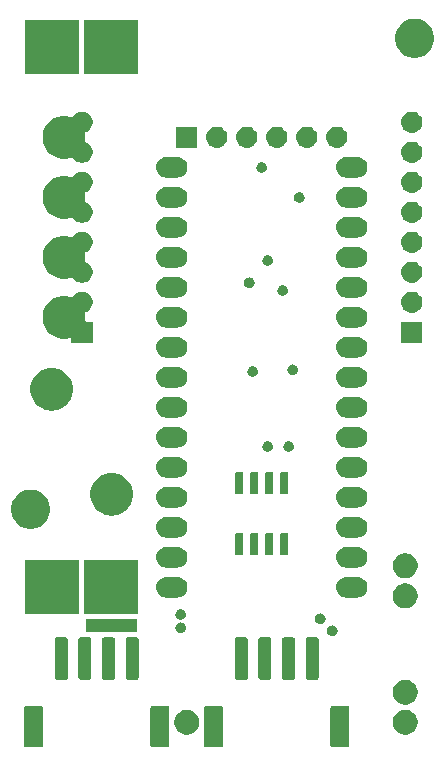
<source format=gbr>
G04 #@! TF.GenerationSoftware,KiCad,Pcbnew,(5.1.4)-1*
G04 #@! TF.CreationDate,2019-11-28T08:00:12+01:00*
G04 #@! TF.ProjectId,simpleMotor,73696d70-6c65-44d6-9f74-6f722e6b6963,rev?*
G04 #@! TF.SameCoordinates,Original*
G04 #@! TF.FileFunction,Soldermask,Bot*
G04 #@! TF.FilePolarity,Negative*
%FSLAX46Y46*%
G04 Gerber Fmt 4.6, Leading zero omitted, Abs format (unit mm)*
G04 Created by KiCad (PCBNEW (5.1.4)-1) date 2019-11-28 08:00:12*
%MOMM*%
%LPD*%
G04 APERTURE LIST*
%ADD10C,0.100000*%
G04 APERTURE END LIST*
D10*
G36*
X146812000Y-145923000D02*
G01*
X142621000Y-145923000D01*
X142621000Y-144907000D01*
X146812000Y-144907000D01*
X146812000Y-145923000D01*
G37*
X146812000Y-145923000D02*
X142621000Y-145923000D01*
X142621000Y-144907000D01*
X146812000Y-144907000D01*
X146812000Y-145923000D01*
G36*
X164753048Y-152283122D02*
G01*
X164787387Y-152293539D01*
X164819036Y-152310456D01*
X164846778Y-152333222D01*
X164869544Y-152360964D01*
X164886461Y-152392613D01*
X164896878Y-152426952D01*
X164901000Y-152468807D01*
X164901000Y-155591193D01*
X164896878Y-155633048D01*
X164886461Y-155667387D01*
X164869544Y-155699036D01*
X164846778Y-155726778D01*
X164819036Y-155749544D01*
X164787387Y-155766461D01*
X164753048Y-155776878D01*
X164711193Y-155781000D01*
X163488807Y-155781000D01*
X163446952Y-155776878D01*
X163412613Y-155766461D01*
X163380964Y-155749544D01*
X163353222Y-155726778D01*
X163330456Y-155699036D01*
X163313539Y-155667387D01*
X163303122Y-155633048D01*
X163299000Y-155591193D01*
X163299000Y-152468807D01*
X163303122Y-152426952D01*
X163313539Y-152392613D01*
X163330456Y-152360964D01*
X163353222Y-152333222D01*
X163380964Y-152310456D01*
X163412613Y-152293539D01*
X163446952Y-152283122D01*
X163488807Y-152279000D01*
X164711193Y-152279000D01*
X164753048Y-152283122D01*
X164753048Y-152283122D01*
G37*
G36*
X154053048Y-152283122D02*
G01*
X154087387Y-152293539D01*
X154119036Y-152310456D01*
X154146778Y-152333222D01*
X154169544Y-152360964D01*
X154186461Y-152392613D01*
X154196878Y-152426952D01*
X154201000Y-152468807D01*
X154201000Y-155591193D01*
X154196878Y-155633048D01*
X154186461Y-155667387D01*
X154169544Y-155699036D01*
X154146778Y-155726778D01*
X154119036Y-155749544D01*
X154087387Y-155766461D01*
X154053048Y-155776878D01*
X154011193Y-155781000D01*
X152788807Y-155781000D01*
X152746952Y-155776878D01*
X152712613Y-155766461D01*
X152680964Y-155749544D01*
X152653222Y-155726778D01*
X152630456Y-155699036D01*
X152613539Y-155667387D01*
X152603122Y-155633048D01*
X152599000Y-155591193D01*
X152599000Y-152468807D01*
X152603122Y-152426952D01*
X152613539Y-152392613D01*
X152630456Y-152360964D01*
X152653222Y-152333222D01*
X152680964Y-152310456D01*
X152712613Y-152293539D01*
X152746952Y-152283122D01*
X152788807Y-152279000D01*
X154011193Y-152279000D01*
X154053048Y-152283122D01*
X154053048Y-152283122D01*
G37*
G36*
X138813048Y-152283122D02*
G01*
X138847387Y-152293539D01*
X138879036Y-152310456D01*
X138906778Y-152333222D01*
X138929544Y-152360964D01*
X138946461Y-152392613D01*
X138956878Y-152426952D01*
X138961000Y-152468807D01*
X138961000Y-155591193D01*
X138956878Y-155633048D01*
X138946461Y-155667387D01*
X138929544Y-155699036D01*
X138906778Y-155726778D01*
X138879036Y-155749544D01*
X138847387Y-155766461D01*
X138813048Y-155776878D01*
X138771193Y-155781000D01*
X137548807Y-155781000D01*
X137506952Y-155776878D01*
X137472613Y-155766461D01*
X137440964Y-155749544D01*
X137413222Y-155726778D01*
X137390456Y-155699036D01*
X137373539Y-155667387D01*
X137363122Y-155633048D01*
X137359000Y-155591193D01*
X137359000Y-152468807D01*
X137363122Y-152426952D01*
X137373539Y-152392613D01*
X137390456Y-152360964D01*
X137413222Y-152333222D01*
X137440964Y-152310456D01*
X137472613Y-152293539D01*
X137506952Y-152283122D01*
X137548807Y-152279000D01*
X138771193Y-152279000D01*
X138813048Y-152283122D01*
X138813048Y-152283122D01*
G37*
G36*
X149513048Y-152283122D02*
G01*
X149547387Y-152293539D01*
X149579036Y-152310456D01*
X149606778Y-152333222D01*
X149629544Y-152360964D01*
X149646461Y-152392613D01*
X149656878Y-152426952D01*
X149661000Y-152468807D01*
X149661000Y-155591193D01*
X149656878Y-155633048D01*
X149646461Y-155667387D01*
X149629544Y-155699036D01*
X149606778Y-155726778D01*
X149579036Y-155749544D01*
X149547387Y-155766461D01*
X149513048Y-155776878D01*
X149471193Y-155781000D01*
X148248807Y-155781000D01*
X148206952Y-155776878D01*
X148172613Y-155766461D01*
X148140964Y-155749544D01*
X148113222Y-155726778D01*
X148090456Y-155699036D01*
X148073539Y-155667387D01*
X148063122Y-155633048D01*
X148059000Y-155591193D01*
X148059000Y-152468807D01*
X148063122Y-152426952D01*
X148073539Y-152392613D01*
X148090456Y-152360964D01*
X148113222Y-152333222D01*
X148140964Y-152310456D01*
X148172613Y-152293539D01*
X148206952Y-152283122D01*
X148248807Y-152279000D01*
X149471193Y-152279000D01*
X149513048Y-152283122D01*
X149513048Y-152283122D01*
G37*
G36*
X169936564Y-152659389D02*
G01*
X170127833Y-152738615D01*
X170127835Y-152738616D01*
X170299973Y-152853635D01*
X170446365Y-153000027D01*
X170561385Y-153172167D01*
X170640611Y-153363436D01*
X170681000Y-153566484D01*
X170681000Y-153773516D01*
X170640611Y-153976564D01*
X170561385Y-154167833D01*
X170561384Y-154167835D01*
X170446365Y-154339973D01*
X170299973Y-154486365D01*
X170127835Y-154601384D01*
X170127834Y-154601385D01*
X170127833Y-154601385D01*
X169936564Y-154680611D01*
X169733516Y-154721000D01*
X169526484Y-154721000D01*
X169323436Y-154680611D01*
X169132167Y-154601385D01*
X169132166Y-154601385D01*
X169132165Y-154601384D01*
X168960027Y-154486365D01*
X168813635Y-154339973D01*
X168698616Y-154167835D01*
X168698615Y-154167833D01*
X168619389Y-153976564D01*
X168579000Y-153773516D01*
X168579000Y-153566484D01*
X168619389Y-153363436D01*
X168698615Y-153172167D01*
X168813635Y-153000027D01*
X168960027Y-152853635D01*
X169132165Y-152738616D01*
X169132167Y-152738615D01*
X169323436Y-152659389D01*
X169526484Y-152619000D01*
X169733516Y-152619000D01*
X169936564Y-152659389D01*
X169936564Y-152659389D01*
G37*
G36*
X151436564Y-152659389D02*
G01*
X151627833Y-152738615D01*
X151627835Y-152738616D01*
X151799973Y-152853635D01*
X151946365Y-153000027D01*
X152061385Y-153172167D01*
X152140611Y-153363436D01*
X152181000Y-153566484D01*
X152181000Y-153773516D01*
X152140611Y-153976564D01*
X152061385Y-154167833D01*
X152061384Y-154167835D01*
X151946365Y-154339973D01*
X151799973Y-154486365D01*
X151627835Y-154601384D01*
X151627834Y-154601385D01*
X151627833Y-154601385D01*
X151436564Y-154680611D01*
X151233516Y-154721000D01*
X151026484Y-154721000D01*
X150823436Y-154680611D01*
X150632167Y-154601385D01*
X150632166Y-154601385D01*
X150632165Y-154601384D01*
X150460027Y-154486365D01*
X150313635Y-154339973D01*
X150198616Y-154167835D01*
X150198615Y-154167833D01*
X150119389Y-153976564D01*
X150079000Y-153773516D01*
X150079000Y-153566484D01*
X150119389Y-153363436D01*
X150198615Y-153172167D01*
X150313635Y-153000027D01*
X150460027Y-152853635D01*
X150632165Y-152738616D01*
X150632167Y-152738615D01*
X150823436Y-152659389D01*
X151026484Y-152619000D01*
X151233516Y-152619000D01*
X151436564Y-152659389D01*
X151436564Y-152659389D01*
G37*
G36*
X169936564Y-150119389D02*
G01*
X170127833Y-150198615D01*
X170127835Y-150198616D01*
X170299973Y-150313635D01*
X170446365Y-150460027D01*
X170561385Y-150632167D01*
X170640611Y-150823436D01*
X170681000Y-151026484D01*
X170681000Y-151233516D01*
X170640611Y-151436564D01*
X170561385Y-151627833D01*
X170561384Y-151627835D01*
X170446365Y-151799973D01*
X170299973Y-151946365D01*
X170127835Y-152061384D01*
X170127834Y-152061385D01*
X170127833Y-152061385D01*
X169936564Y-152140611D01*
X169733516Y-152181000D01*
X169526484Y-152181000D01*
X169323436Y-152140611D01*
X169132167Y-152061385D01*
X169132166Y-152061385D01*
X169132165Y-152061384D01*
X168960027Y-151946365D01*
X168813635Y-151799973D01*
X168698616Y-151627835D01*
X168698615Y-151627833D01*
X168619389Y-151436564D01*
X168579000Y-151233516D01*
X168579000Y-151026484D01*
X168619389Y-150823436D01*
X168698615Y-150632167D01*
X168813635Y-150460027D01*
X168960027Y-150313635D01*
X169132165Y-150198616D01*
X169132167Y-150198615D01*
X169323436Y-150119389D01*
X169526484Y-150079000D01*
X169733516Y-150079000D01*
X169936564Y-150119389D01*
X169936564Y-150119389D01*
G37*
G36*
X162129434Y-146483686D02*
G01*
X162169284Y-146495774D01*
X162205999Y-146515399D01*
X162238186Y-146541814D01*
X162264601Y-146574001D01*
X162284226Y-146610716D01*
X162296314Y-146650566D01*
X162301000Y-146698141D01*
X162301000Y-149861859D01*
X162296314Y-149909434D01*
X162284226Y-149949284D01*
X162264601Y-149985999D01*
X162238186Y-150018186D01*
X162205999Y-150044601D01*
X162169284Y-150064226D01*
X162129434Y-150076314D01*
X162081859Y-150081000D01*
X161418141Y-150081000D01*
X161370566Y-150076314D01*
X161330716Y-150064226D01*
X161294001Y-150044601D01*
X161261814Y-150018186D01*
X161235399Y-149985999D01*
X161215774Y-149949284D01*
X161203686Y-149909434D01*
X161199000Y-149861859D01*
X161199000Y-146698141D01*
X161203686Y-146650566D01*
X161215774Y-146610716D01*
X161235399Y-146574001D01*
X161261814Y-146541814D01*
X161294001Y-146515399D01*
X161330716Y-146495774D01*
X161370566Y-146483686D01*
X161418141Y-146479000D01*
X162081859Y-146479000D01*
X162129434Y-146483686D01*
X162129434Y-146483686D01*
G37*
G36*
X156129434Y-146483686D02*
G01*
X156169284Y-146495774D01*
X156205999Y-146515399D01*
X156238186Y-146541814D01*
X156264601Y-146574001D01*
X156284226Y-146610716D01*
X156296314Y-146650566D01*
X156301000Y-146698141D01*
X156301000Y-149861859D01*
X156296314Y-149909434D01*
X156284226Y-149949284D01*
X156264601Y-149985999D01*
X156238186Y-150018186D01*
X156205999Y-150044601D01*
X156169284Y-150064226D01*
X156129434Y-150076314D01*
X156081859Y-150081000D01*
X155418141Y-150081000D01*
X155370566Y-150076314D01*
X155330716Y-150064226D01*
X155294001Y-150044601D01*
X155261814Y-150018186D01*
X155235399Y-149985999D01*
X155215774Y-149949284D01*
X155203686Y-149909434D01*
X155199000Y-149861859D01*
X155199000Y-146698141D01*
X155203686Y-146650566D01*
X155215774Y-146610716D01*
X155235399Y-146574001D01*
X155261814Y-146541814D01*
X155294001Y-146515399D01*
X155330716Y-146495774D01*
X155370566Y-146483686D01*
X155418141Y-146479000D01*
X156081859Y-146479000D01*
X156129434Y-146483686D01*
X156129434Y-146483686D01*
G37*
G36*
X158129434Y-146483686D02*
G01*
X158169284Y-146495774D01*
X158205999Y-146515399D01*
X158238186Y-146541814D01*
X158264601Y-146574001D01*
X158284226Y-146610716D01*
X158296314Y-146650566D01*
X158301000Y-146698141D01*
X158301000Y-149861859D01*
X158296314Y-149909434D01*
X158284226Y-149949284D01*
X158264601Y-149985999D01*
X158238186Y-150018186D01*
X158205999Y-150044601D01*
X158169284Y-150064226D01*
X158129434Y-150076314D01*
X158081859Y-150081000D01*
X157418141Y-150081000D01*
X157370566Y-150076314D01*
X157330716Y-150064226D01*
X157294001Y-150044601D01*
X157261814Y-150018186D01*
X157235399Y-149985999D01*
X157215774Y-149949284D01*
X157203686Y-149909434D01*
X157199000Y-149861859D01*
X157199000Y-146698141D01*
X157203686Y-146650566D01*
X157215774Y-146610716D01*
X157235399Y-146574001D01*
X157261814Y-146541814D01*
X157294001Y-146515399D01*
X157330716Y-146495774D01*
X157370566Y-146483686D01*
X157418141Y-146479000D01*
X158081859Y-146479000D01*
X158129434Y-146483686D01*
X158129434Y-146483686D01*
G37*
G36*
X160129434Y-146483686D02*
G01*
X160169284Y-146495774D01*
X160205999Y-146515399D01*
X160238186Y-146541814D01*
X160264601Y-146574001D01*
X160284226Y-146610716D01*
X160296314Y-146650566D01*
X160301000Y-146698141D01*
X160301000Y-149861859D01*
X160296314Y-149909434D01*
X160284226Y-149949284D01*
X160264601Y-149985999D01*
X160238186Y-150018186D01*
X160205999Y-150044601D01*
X160169284Y-150064226D01*
X160129434Y-150076314D01*
X160081859Y-150081000D01*
X159418141Y-150081000D01*
X159370566Y-150076314D01*
X159330716Y-150064226D01*
X159294001Y-150044601D01*
X159261814Y-150018186D01*
X159235399Y-149985999D01*
X159215774Y-149949284D01*
X159203686Y-149909434D01*
X159199000Y-149861859D01*
X159199000Y-146698141D01*
X159203686Y-146650566D01*
X159215774Y-146610716D01*
X159235399Y-146574001D01*
X159261814Y-146541814D01*
X159294001Y-146515399D01*
X159330716Y-146495774D01*
X159370566Y-146483686D01*
X159418141Y-146479000D01*
X160081859Y-146479000D01*
X160129434Y-146483686D01*
X160129434Y-146483686D01*
G37*
G36*
X140889434Y-146483686D02*
G01*
X140929284Y-146495774D01*
X140965999Y-146515399D01*
X140998186Y-146541814D01*
X141024601Y-146574001D01*
X141044226Y-146610716D01*
X141056314Y-146650566D01*
X141061000Y-146698141D01*
X141061000Y-149861859D01*
X141056314Y-149909434D01*
X141044226Y-149949284D01*
X141024601Y-149985999D01*
X140998186Y-150018186D01*
X140965999Y-150044601D01*
X140929284Y-150064226D01*
X140889434Y-150076314D01*
X140841859Y-150081000D01*
X140178141Y-150081000D01*
X140130566Y-150076314D01*
X140090716Y-150064226D01*
X140054001Y-150044601D01*
X140021814Y-150018186D01*
X139995399Y-149985999D01*
X139975774Y-149949284D01*
X139963686Y-149909434D01*
X139959000Y-149861859D01*
X139959000Y-146698141D01*
X139963686Y-146650566D01*
X139975774Y-146610716D01*
X139995399Y-146574001D01*
X140021814Y-146541814D01*
X140054001Y-146515399D01*
X140090716Y-146495774D01*
X140130566Y-146483686D01*
X140178141Y-146479000D01*
X140841859Y-146479000D01*
X140889434Y-146483686D01*
X140889434Y-146483686D01*
G37*
G36*
X142889434Y-146483686D02*
G01*
X142929284Y-146495774D01*
X142965999Y-146515399D01*
X142998186Y-146541814D01*
X143024601Y-146574001D01*
X143044226Y-146610716D01*
X143056314Y-146650566D01*
X143061000Y-146698141D01*
X143061000Y-149861859D01*
X143056314Y-149909434D01*
X143044226Y-149949284D01*
X143024601Y-149985999D01*
X142998186Y-150018186D01*
X142965999Y-150044601D01*
X142929284Y-150064226D01*
X142889434Y-150076314D01*
X142841859Y-150081000D01*
X142178141Y-150081000D01*
X142130566Y-150076314D01*
X142090716Y-150064226D01*
X142054001Y-150044601D01*
X142021814Y-150018186D01*
X141995399Y-149985999D01*
X141975774Y-149949284D01*
X141963686Y-149909434D01*
X141959000Y-149861859D01*
X141959000Y-146698141D01*
X141963686Y-146650566D01*
X141975774Y-146610716D01*
X141995399Y-146574001D01*
X142021814Y-146541814D01*
X142054001Y-146515399D01*
X142090716Y-146495774D01*
X142130566Y-146483686D01*
X142178141Y-146479000D01*
X142841859Y-146479000D01*
X142889434Y-146483686D01*
X142889434Y-146483686D01*
G37*
G36*
X144889434Y-146483686D02*
G01*
X144929284Y-146495774D01*
X144965999Y-146515399D01*
X144998186Y-146541814D01*
X145024601Y-146574001D01*
X145044226Y-146610716D01*
X145056314Y-146650566D01*
X145061000Y-146698141D01*
X145061000Y-149861859D01*
X145056314Y-149909434D01*
X145044226Y-149949284D01*
X145024601Y-149985999D01*
X144998186Y-150018186D01*
X144965999Y-150044601D01*
X144929284Y-150064226D01*
X144889434Y-150076314D01*
X144841859Y-150081000D01*
X144178141Y-150081000D01*
X144130566Y-150076314D01*
X144090716Y-150064226D01*
X144054001Y-150044601D01*
X144021814Y-150018186D01*
X143995399Y-149985999D01*
X143975774Y-149949284D01*
X143963686Y-149909434D01*
X143959000Y-149861859D01*
X143959000Y-146698141D01*
X143963686Y-146650566D01*
X143975774Y-146610716D01*
X143995399Y-146574001D01*
X144021814Y-146541814D01*
X144054001Y-146515399D01*
X144090716Y-146495774D01*
X144130566Y-146483686D01*
X144178141Y-146479000D01*
X144841859Y-146479000D01*
X144889434Y-146483686D01*
X144889434Y-146483686D01*
G37*
G36*
X146889434Y-146483686D02*
G01*
X146929284Y-146495774D01*
X146965999Y-146515399D01*
X146998186Y-146541814D01*
X147024601Y-146574001D01*
X147044226Y-146610716D01*
X147056314Y-146650566D01*
X147061000Y-146698141D01*
X147061000Y-149861859D01*
X147056314Y-149909434D01*
X147044226Y-149949284D01*
X147024601Y-149985999D01*
X146998186Y-150018186D01*
X146965999Y-150044601D01*
X146929284Y-150064226D01*
X146889434Y-150076314D01*
X146841859Y-150081000D01*
X146178141Y-150081000D01*
X146130566Y-150076314D01*
X146090716Y-150064226D01*
X146054001Y-150044601D01*
X146021814Y-150018186D01*
X145995399Y-149985999D01*
X145975774Y-149949284D01*
X145963686Y-149909434D01*
X145959000Y-149861859D01*
X145959000Y-146698141D01*
X145963686Y-146650566D01*
X145975774Y-146610716D01*
X145995399Y-146574001D01*
X146021814Y-146541814D01*
X146054001Y-146515399D01*
X146090716Y-146495774D01*
X146130566Y-146483686D01*
X146178141Y-146479000D01*
X146841859Y-146479000D01*
X146889434Y-146483686D01*
X146889434Y-146483686D01*
G37*
G36*
X163580552Y-145489331D02*
G01*
X163662627Y-145523328D01*
X163662629Y-145523329D01*
X163683759Y-145537448D01*
X163736495Y-145572685D01*
X163799315Y-145635505D01*
X163848672Y-145709373D01*
X163882669Y-145791448D01*
X163900000Y-145878579D01*
X163900000Y-145967421D01*
X163882669Y-146054552D01*
X163862738Y-146102668D01*
X163848671Y-146136629D01*
X163799314Y-146210496D01*
X163736496Y-146273314D01*
X163662629Y-146322671D01*
X163662628Y-146322672D01*
X163662627Y-146322672D01*
X163580552Y-146356669D01*
X163493421Y-146374000D01*
X163404579Y-146374000D01*
X163317448Y-146356669D01*
X163235373Y-146322672D01*
X163235372Y-146322672D01*
X163235371Y-146322671D01*
X163161504Y-146273314D01*
X163098686Y-146210496D01*
X163049329Y-146136629D01*
X163035262Y-146102668D01*
X163015331Y-146054552D01*
X162998000Y-145967421D01*
X162998000Y-145878579D01*
X163015331Y-145791448D01*
X163049328Y-145709373D01*
X163098685Y-145635505D01*
X163161505Y-145572685D01*
X163214241Y-145537448D01*
X163235371Y-145523329D01*
X163235373Y-145523328D01*
X163317448Y-145489331D01*
X163404579Y-145472000D01*
X163493421Y-145472000D01*
X163580552Y-145489331D01*
X163580552Y-145489331D01*
G37*
G36*
X150631903Y-145201433D02*
G01*
X150653513Y-145212984D01*
X150676963Y-145220097D01*
X150753552Y-145235331D01*
X150835627Y-145269328D01*
X150835629Y-145269329D01*
X150872813Y-145294175D01*
X150909495Y-145318685D01*
X150972315Y-145381505D01*
X151021672Y-145455373D01*
X151055669Y-145537448D01*
X151073000Y-145624579D01*
X151073000Y-145713421D01*
X151055669Y-145800552D01*
X151023349Y-145878579D01*
X151021671Y-145882629D01*
X150972314Y-145956496D01*
X150909496Y-146019314D01*
X150835629Y-146068671D01*
X150835628Y-146068672D01*
X150835627Y-146068672D01*
X150753552Y-146102669D01*
X150666421Y-146120000D01*
X150577579Y-146120000D01*
X150490448Y-146102669D01*
X150408373Y-146068672D01*
X150408372Y-146068672D01*
X150408371Y-146068671D01*
X150334504Y-146019314D01*
X150271686Y-145956496D01*
X150222329Y-145882629D01*
X150220651Y-145878579D01*
X150188331Y-145800552D01*
X150171000Y-145713421D01*
X150171000Y-145624579D01*
X150188331Y-145537448D01*
X150222328Y-145455373D01*
X150271685Y-145381505D01*
X150334505Y-145318685D01*
X150371187Y-145294175D01*
X150408371Y-145269329D01*
X150408373Y-145269328D01*
X150490448Y-145235331D01*
X150567037Y-145220097D01*
X150590486Y-145212984D01*
X150612096Y-145201433D01*
X150622000Y-145193305D01*
X150631903Y-145201433D01*
X150631903Y-145201433D01*
G37*
G36*
X162564552Y-144473331D02*
G01*
X162646627Y-144507328D01*
X162646629Y-144507329D01*
X162683813Y-144532175D01*
X162720495Y-144556685D01*
X162783315Y-144619505D01*
X162832672Y-144693373D01*
X162866669Y-144775448D01*
X162884000Y-144862579D01*
X162884000Y-144951421D01*
X162866669Y-145038552D01*
X162832672Y-145120627D01*
X162832671Y-145120629D01*
X162783314Y-145194496D01*
X162720496Y-145257314D01*
X162646629Y-145306671D01*
X162646628Y-145306672D01*
X162646627Y-145306672D01*
X162564552Y-145340669D01*
X162477421Y-145358000D01*
X162388579Y-145358000D01*
X162301448Y-145340669D01*
X162219373Y-145306672D01*
X162219372Y-145306672D01*
X162219371Y-145306671D01*
X162145504Y-145257314D01*
X162082686Y-145194496D01*
X162033329Y-145120629D01*
X162033328Y-145120627D01*
X161999331Y-145038552D01*
X161982000Y-144951421D01*
X161982000Y-144862579D01*
X161999331Y-144775448D01*
X162033328Y-144693373D01*
X162082685Y-144619505D01*
X162145505Y-144556685D01*
X162182187Y-144532175D01*
X162219371Y-144507329D01*
X162219373Y-144507328D01*
X162301448Y-144473331D01*
X162388579Y-144456000D01*
X162477421Y-144456000D01*
X162564552Y-144473331D01*
X162564552Y-144473331D01*
G37*
G36*
X150753552Y-144092331D02*
G01*
X150835627Y-144126328D01*
X150835629Y-144126329D01*
X150872813Y-144151175D01*
X150909495Y-144175685D01*
X150972315Y-144238505D01*
X151021672Y-144312373D01*
X151055669Y-144394448D01*
X151073000Y-144481579D01*
X151073000Y-144570421D01*
X151055669Y-144657552D01*
X151040831Y-144693373D01*
X151021671Y-144739629D01*
X150972314Y-144813496D01*
X150909496Y-144876314D01*
X150835629Y-144925671D01*
X150835628Y-144925672D01*
X150835627Y-144925672D01*
X150753552Y-144959669D01*
X150676963Y-144974903D01*
X150653514Y-144982016D01*
X150631904Y-144993567D01*
X150622000Y-145001695D01*
X150612097Y-144993567D01*
X150590487Y-144982016D01*
X150567037Y-144974903D01*
X150490448Y-144959669D01*
X150408373Y-144925672D01*
X150408372Y-144925672D01*
X150408371Y-144925671D01*
X150334504Y-144876314D01*
X150271686Y-144813496D01*
X150222329Y-144739629D01*
X150203169Y-144693373D01*
X150188331Y-144657552D01*
X150171000Y-144570421D01*
X150171000Y-144481579D01*
X150188331Y-144394448D01*
X150222328Y-144312373D01*
X150271685Y-144238505D01*
X150334505Y-144175685D01*
X150371187Y-144151175D01*
X150408371Y-144126329D01*
X150408373Y-144126328D01*
X150490448Y-144092331D01*
X150577579Y-144075000D01*
X150666421Y-144075000D01*
X150753552Y-144092331D01*
X150753552Y-144092331D01*
G37*
G36*
X142041000Y-144541000D02*
G01*
X137439000Y-144541000D01*
X137439000Y-139939000D01*
X142041000Y-139939000D01*
X142041000Y-144541000D01*
X142041000Y-144541000D01*
G37*
G36*
X147041000Y-144541000D02*
G01*
X142439000Y-144541000D01*
X142439000Y-139939000D01*
X147041000Y-139939000D01*
X147041000Y-144541000D01*
X147041000Y-144541000D01*
G37*
G36*
X169936564Y-141959389D02*
G01*
X170127833Y-142038615D01*
X170127835Y-142038616D01*
X170299973Y-142153635D01*
X170446365Y-142300027D01*
X170520999Y-142411724D01*
X170561385Y-142472167D01*
X170640611Y-142663436D01*
X170681000Y-142866484D01*
X170681000Y-143073516D01*
X170640611Y-143276564D01*
X170561385Y-143467833D01*
X170561384Y-143467835D01*
X170446365Y-143639973D01*
X170299973Y-143786365D01*
X170127835Y-143901384D01*
X170127834Y-143901385D01*
X170127833Y-143901385D01*
X169936564Y-143980611D01*
X169733516Y-144021000D01*
X169526484Y-144021000D01*
X169323436Y-143980611D01*
X169132167Y-143901385D01*
X169132166Y-143901385D01*
X169132165Y-143901384D01*
X168960027Y-143786365D01*
X168813635Y-143639973D01*
X168698616Y-143467835D01*
X168698615Y-143467833D01*
X168619389Y-143276564D01*
X168579000Y-143073516D01*
X168579000Y-142866484D01*
X168619389Y-142663436D01*
X168698615Y-142472167D01*
X168739002Y-142411724D01*
X168813635Y-142300027D01*
X168960027Y-142153635D01*
X169132165Y-142038616D01*
X169132167Y-142038615D01*
X169323436Y-141959389D01*
X169526484Y-141919000D01*
X169733516Y-141919000D01*
X169936564Y-141959389D01*
X169936564Y-141959389D01*
G37*
G36*
X150476724Y-141376675D02*
G01*
X150611114Y-141417442D01*
X150621562Y-141420611D01*
X150641855Y-141426767D01*
X150794033Y-141508108D01*
X150927423Y-141617577D01*
X151036892Y-141750967D01*
X151118233Y-141903145D01*
X151168325Y-142068276D01*
X151185238Y-142240000D01*
X151168325Y-142411724D01*
X151118233Y-142576855D01*
X151036892Y-142729033D01*
X150927423Y-142862423D01*
X150794033Y-142971892D01*
X150641855Y-143053233D01*
X150476724Y-143103325D01*
X150348032Y-143116000D01*
X149371968Y-143116000D01*
X149243276Y-143103325D01*
X149078145Y-143053233D01*
X148925967Y-142971892D01*
X148792577Y-142862423D01*
X148683108Y-142729033D01*
X148601767Y-142576855D01*
X148551675Y-142411724D01*
X148534762Y-142240000D01*
X148551675Y-142068276D01*
X148601767Y-141903145D01*
X148683108Y-141750967D01*
X148792577Y-141617577D01*
X148925967Y-141508108D01*
X149078145Y-141426767D01*
X149098439Y-141420611D01*
X149108886Y-141417442D01*
X149243276Y-141376675D01*
X149371968Y-141364000D01*
X150348032Y-141364000D01*
X150476724Y-141376675D01*
X150476724Y-141376675D01*
G37*
G36*
X165716724Y-141376675D02*
G01*
X165851114Y-141417442D01*
X165861562Y-141420611D01*
X165881855Y-141426767D01*
X166034033Y-141508108D01*
X166167423Y-141617577D01*
X166276892Y-141750967D01*
X166358233Y-141903145D01*
X166408325Y-142068276D01*
X166425238Y-142240000D01*
X166408325Y-142411724D01*
X166358233Y-142576855D01*
X166276892Y-142729033D01*
X166167423Y-142862423D01*
X166034033Y-142971892D01*
X165881855Y-143053233D01*
X165716724Y-143103325D01*
X165588032Y-143116000D01*
X164611968Y-143116000D01*
X164483276Y-143103325D01*
X164318145Y-143053233D01*
X164165967Y-142971892D01*
X164032577Y-142862423D01*
X163923108Y-142729033D01*
X163841767Y-142576855D01*
X163791675Y-142411724D01*
X163774762Y-142240000D01*
X163791675Y-142068276D01*
X163841767Y-141903145D01*
X163923108Y-141750967D01*
X164032577Y-141617577D01*
X164165967Y-141508108D01*
X164318145Y-141426767D01*
X164338439Y-141420611D01*
X164348886Y-141417442D01*
X164483276Y-141376675D01*
X164611968Y-141364000D01*
X165588032Y-141364000D01*
X165716724Y-141376675D01*
X165716724Y-141376675D01*
G37*
G36*
X169936564Y-139399389D02*
G01*
X170100866Y-139467445D01*
X170127835Y-139478616D01*
X170299973Y-139593635D01*
X170446365Y-139740027D01*
X170534364Y-139871726D01*
X170561385Y-139912167D01*
X170640611Y-140103436D01*
X170681000Y-140306484D01*
X170681000Y-140513516D01*
X170640611Y-140716564D01*
X170561385Y-140907833D01*
X170561384Y-140907835D01*
X170446365Y-141079973D01*
X170299973Y-141226365D01*
X170127835Y-141341384D01*
X170127834Y-141341385D01*
X170127833Y-141341385D01*
X169936564Y-141420611D01*
X169733516Y-141461000D01*
X169526484Y-141461000D01*
X169323436Y-141420611D01*
X169132167Y-141341385D01*
X169132166Y-141341385D01*
X169132165Y-141341384D01*
X168960027Y-141226365D01*
X168813635Y-141079973D01*
X168698616Y-140907835D01*
X168698615Y-140907833D01*
X168619389Y-140716564D01*
X168579000Y-140513516D01*
X168579000Y-140306484D01*
X168619389Y-140103436D01*
X168698615Y-139912167D01*
X168725637Y-139871726D01*
X168813635Y-139740027D01*
X168960027Y-139593635D01*
X169132165Y-139478616D01*
X169159134Y-139467445D01*
X169323436Y-139399389D01*
X169526484Y-139359000D01*
X169733516Y-139359000D01*
X169936564Y-139399389D01*
X169936564Y-139399389D01*
G37*
G36*
X165716724Y-138836675D02*
G01*
X165881855Y-138886767D01*
X166034033Y-138968108D01*
X166167423Y-139077577D01*
X166276892Y-139210967D01*
X166358233Y-139363145D01*
X166408325Y-139528276D01*
X166425238Y-139700000D01*
X166408325Y-139871724D01*
X166358233Y-140036855D01*
X166276892Y-140189033D01*
X166167423Y-140322423D01*
X166034033Y-140431892D01*
X165881855Y-140513233D01*
X165716724Y-140563325D01*
X165588032Y-140576000D01*
X164611968Y-140576000D01*
X164483276Y-140563325D01*
X164318145Y-140513233D01*
X164165967Y-140431892D01*
X164032577Y-140322423D01*
X163923108Y-140189033D01*
X163841767Y-140036855D01*
X163791675Y-139871724D01*
X163774762Y-139700000D01*
X163791675Y-139528276D01*
X163841767Y-139363145D01*
X163923108Y-139210967D01*
X164032577Y-139077577D01*
X164165967Y-138968108D01*
X164318145Y-138886767D01*
X164483276Y-138836675D01*
X164611968Y-138824000D01*
X165588032Y-138824000D01*
X165716724Y-138836675D01*
X165716724Y-138836675D01*
G37*
G36*
X150476724Y-138836675D02*
G01*
X150641855Y-138886767D01*
X150794033Y-138968108D01*
X150927423Y-139077577D01*
X151036892Y-139210967D01*
X151118233Y-139363145D01*
X151168325Y-139528276D01*
X151185238Y-139700000D01*
X151168325Y-139871724D01*
X151118233Y-140036855D01*
X151036892Y-140189033D01*
X150927423Y-140322423D01*
X150794033Y-140431892D01*
X150641855Y-140513233D01*
X150476724Y-140563325D01*
X150348032Y-140576000D01*
X149371968Y-140576000D01*
X149243276Y-140563325D01*
X149078145Y-140513233D01*
X148925967Y-140431892D01*
X148792577Y-140322423D01*
X148683108Y-140189033D01*
X148601767Y-140036855D01*
X148551675Y-139871724D01*
X148534762Y-139700000D01*
X148551675Y-139528276D01*
X148601767Y-139363145D01*
X148683108Y-139210967D01*
X148792577Y-139077577D01*
X148925967Y-138968108D01*
X149078145Y-138886767D01*
X149243276Y-138836675D01*
X149371968Y-138824000D01*
X150348032Y-138824000D01*
X150476724Y-138836675D01*
X150476724Y-138836675D01*
G37*
G36*
X158374928Y-137668764D02*
G01*
X158396009Y-137675160D01*
X158415445Y-137685548D01*
X158432476Y-137699524D01*
X158446452Y-137716555D01*
X158456840Y-137735991D01*
X158463236Y-137757072D01*
X158466000Y-137785140D01*
X158466000Y-139398860D01*
X158463236Y-139426928D01*
X158456840Y-139448009D01*
X158446452Y-139467445D01*
X158432476Y-139484476D01*
X158415445Y-139498452D01*
X158396009Y-139508840D01*
X158374928Y-139515236D01*
X158346860Y-139518000D01*
X157883140Y-139518000D01*
X157855072Y-139515236D01*
X157833991Y-139508840D01*
X157814555Y-139498452D01*
X157797524Y-139484476D01*
X157783548Y-139467445D01*
X157773160Y-139448009D01*
X157766764Y-139426928D01*
X157764000Y-139398860D01*
X157764000Y-137785140D01*
X157766764Y-137757072D01*
X157773160Y-137735991D01*
X157783548Y-137716555D01*
X157797524Y-137699524D01*
X157814555Y-137685548D01*
X157833991Y-137675160D01*
X157855072Y-137668764D01*
X157883140Y-137666000D01*
X158346860Y-137666000D01*
X158374928Y-137668764D01*
X158374928Y-137668764D01*
G37*
G36*
X159644928Y-137668764D02*
G01*
X159666009Y-137675160D01*
X159685445Y-137685548D01*
X159702476Y-137699524D01*
X159716452Y-137716555D01*
X159726840Y-137735991D01*
X159733236Y-137757072D01*
X159736000Y-137785140D01*
X159736000Y-139398860D01*
X159733236Y-139426928D01*
X159726840Y-139448009D01*
X159716452Y-139467445D01*
X159702476Y-139484476D01*
X159685445Y-139498452D01*
X159666009Y-139508840D01*
X159644928Y-139515236D01*
X159616860Y-139518000D01*
X159153140Y-139518000D01*
X159125072Y-139515236D01*
X159103991Y-139508840D01*
X159084555Y-139498452D01*
X159067524Y-139484476D01*
X159053548Y-139467445D01*
X159043160Y-139448009D01*
X159036764Y-139426928D01*
X159034000Y-139398860D01*
X159034000Y-137785140D01*
X159036764Y-137757072D01*
X159043160Y-137735991D01*
X159053548Y-137716555D01*
X159067524Y-137699524D01*
X159084555Y-137685548D01*
X159103991Y-137675160D01*
X159125072Y-137668764D01*
X159153140Y-137666000D01*
X159616860Y-137666000D01*
X159644928Y-137668764D01*
X159644928Y-137668764D01*
G37*
G36*
X155834928Y-137668764D02*
G01*
X155856009Y-137675160D01*
X155875445Y-137685548D01*
X155892476Y-137699524D01*
X155906452Y-137716555D01*
X155916840Y-137735991D01*
X155923236Y-137757072D01*
X155926000Y-137785140D01*
X155926000Y-139398860D01*
X155923236Y-139426928D01*
X155916840Y-139448009D01*
X155906452Y-139467445D01*
X155892476Y-139484476D01*
X155875445Y-139498452D01*
X155856009Y-139508840D01*
X155834928Y-139515236D01*
X155806860Y-139518000D01*
X155343140Y-139518000D01*
X155315072Y-139515236D01*
X155293991Y-139508840D01*
X155274555Y-139498452D01*
X155257524Y-139484476D01*
X155243548Y-139467445D01*
X155233160Y-139448009D01*
X155226764Y-139426928D01*
X155224000Y-139398860D01*
X155224000Y-137785140D01*
X155226764Y-137757072D01*
X155233160Y-137735991D01*
X155243548Y-137716555D01*
X155257524Y-137699524D01*
X155274555Y-137685548D01*
X155293991Y-137675160D01*
X155315072Y-137668764D01*
X155343140Y-137666000D01*
X155806860Y-137666000D01*
X155834928Y-137668764D01*
X155834928Y-137668764D01*
G37*
G36*
X157104928Y-137668764D02*
G01*
X157126009Y-137675160D01*
X157145445Y-137685548D01*
X157162476Y-137699524D01*
X157176452Y-137716555D01*
X157186840Y-137735991D01*
X157193236Y-137757072D01*
X157196000Y-137785140D01*
X157196000Y-139398860D01*
X157193236Y-139426928D01*
X157186840Y-139448009D01*
X157176452Y-139467445D01*
X157162476Y-139484476D01*
X157145445Y-139498452D01*
X157126009Y-139508840D01*
X157104928Y-139515236D01*
X157076860Y-139518000D01*
X156613140Y-139518000D01*
X156585072Y-139515236D01*
X156563991Y-139508840D01*
X156544555Y-139498452D01*
X156527524Y-139484476D01*
X156513548Y-139467445D01*
X156503160Y-139448009D01*
X156496764Y-139426928D01*
X156494000Y-139398860D01*
X156494000Y-137785140D01*
X156496764Y-137757072D01*
X156503160Y-137735991D01*
X156513548Y-137716555D01*
X156527524Y-137699524D01*
X156544555Y-137685548D01*
X156563991Y-137675160D01*
X156585072Y-137668764D01*
X156613140Y-137666000D01*
X157076860Y-137666000D01*
X157104928Y-137668764D01*
X157104928Y-137668764D01*
G37*
G36*
X165716724Y-136296675D02*
G01*
X165881855Y-136346767D01*
X166034033Y-136428108D01*
X166167423Y-136537577D01*
X166276892Y-136670967D01*
X166358233Y-136823145D01*
X166408325Y-136988276D01*
X166425238Y-137160000D01*
X166408325Y-137331724D01*
X166358233Y-137496855D01*
X166276892Y-137649033D01*
X166167423Y-137782423D01*
X166034033Y-137891892D01*
X165881855Y-137973233D01*
X165716724Y-138023325D01*
X165588032Y-138036000D01*
X164611968Y-138036000D01*
X164483276Y-138023325D01*
X164318145Y-137973233D01*
X164165967Y-137891892D01*
X164032577Y-137782423D01*
X163923108Y-137649033D01*
X163841767Y-137496855D01*
X163791675Y-137331724D01*
X163774762Y-137160000D01*
X163791675Y-136988276D01*
X163841767Y-136823145D01*
X163923108Y-136670967D01*
X164032577Y-136537577D01*
X164165967Y-136428108D01*
X164318145Y-136346767D01*
X164483276Y-136296675D01*
X164611968Y-136284000D01*
X165588032Y-136284000D01*
X165716724Y-136296675D01*
X165716724Y-136296675D01*
G37*
G36*
X150476724Y-136296675D02*
G01*
X150641855Y-136346767D01*
X150794033Y-136428108D01*
X150927423Y-136537577D01*
X151036892Y-136670967D01*
X151118233Y-136823145D01*
X151168325Y-136988276D01*
X151185238Y-137160000D01*
X151168325Y-137331724D01*
X151118233Y-137496855D01*
X151036892Y-137649033D01*
X150927423Y-137782423D01*
X150794033Y-137891892D01*
X150641855Y-137973233D01*
X150476724Y-138023325D01*
X150348032Y-138036000D01*
X149371968Y-138036000D01*
X149243276Y-138023325D01*
X149078145Y-137973233D01*
X148925967Y-137891892D01*
X148792577Y-137782423D01*
X148683108Y-137649033D01*
X148601767Y-137496855D01*
X148551675Y-137331724D01*
X148534762Y-137160000D01*
X148551675Y-136988276D01*
X148601767Y-136823145D01*
X148683108Y-136670967D01*
X148792577Y-136537577D01*
X148925967Y-136428108D01*
X149078145Y-136346767D01*
X149243276Y-136296675D01*
X149371968Y-136284000D01*
X150348032Y-136284000D01*
X150476724Y-136296675D01*
X150476724Y-136296675D01*
G37*
G36*
X138297256Y-134027298D02*
G01*
X138403579Y-134048447D01*
X138704042Y-134172903D01*
X138974451Y-134353585D01*
X139204415Y-134583549D01*
X139385097Y-134853958D01*
X139490753Y-135109033D01*
X139509553Y-135154422D01*
X139565013Y-135433234D01*
X139573000Y-135473391D01*
X139573000Y-135798609D01*
X139509553Y-136117579D01*
X139385097Y-136418042D01*
X139204415Y-136688451D01*
X138974451Y-136918415D01*
X138704042Y-137099097D01*
X138403579Y-137223553D01*
X138297256Y-137244702D01*
X138084611Y-137287000D01*
X137759389Y-137287000D01*
X137546744Y-137244702D01*
X137440421Y-137223553D01*
X137139958Y-137099097D01*
X136869549Y-136918415D01*
X136639585Y-136688451D01*
X136458903Y-136418042D01*
X136334447Y-136117579D01*
X136271000Y-135798609D01*
X136271000Y-135473391D01*
X136278988Y-135433234D01*
X136334447Y-135154422D01*
X136353248Y-135109033D01*
X136458903Y-134853958D01*
X136639585Y-134583549D01*
X136869549Y-134353585D01*
X137139958Y-134172903D01*
X137440421Y-134048447D01*
X137546744Y-134027298D01*
X137759389Y-133985000D01*
X138084611Y-133985000D01*
X138297256Y-134027298D01*
X138297256Y-134027298D01*
G37*
G36*
X145006905Y-132574789D02*
G01*
X145305350Y-132634153D01*
X145633122Y-132769921D01*
X145928109Y-132967025D01*
X146178975Y-133217891D01*
X146376079Y-133512878D01*
X146511847Y-133840650D01*
X146581060Y-134188611D01*
X146581060Y-134543389D01*
X146511847Y-134891350D01*
X146376079Y-135219122D01*
X146178975Y-135514109D01*
X145928109Y-135764975D01*
X145633122Y-135962079D01*
X145305350Y-136097847D01*
X145006905Y-136157211D01*
X144957390Y-136167060D01*
X144602610Y-136167060D01*
X144553095Y-136157211D01*
X144254650Y-136097847D01*
X143926878Y-135962079D01*
X143631891Y-135764975D01*
X143381025Y-135514109D01*
X143183921Y-135219122D01*
X143048153Y-134891350D01*
X142978940Y-134543389D01*
X142978940Y-134188611D01*
X143048153Y-133840650D01*
X143183921Y-133512878D01*
X143381025Y-133217891D01*
X143631891Y-132967025D01*
X143926878Y-132769921D01*
X144254650Y-132634153D01*
X144553095Y-132574789D01*
X144602610Y-132564940D01*
X144957390Y-132564940D01*
X145006905Y-132574789D01*
X145006905Y-132574789D01*
G37*
G36*
X165716724Y-133756675D02*
G01*
X165881855Y-133806767D01*
X166034033Y-133888108D01*
X166167423Y-133997577D01*
X166276892Y-134130967D01*
X166358233Y-134283145D01*
X166408325Y-134448276D01*
X166425238Y-134620000D01*
X166408325Y-134791724D01*
X166358233Y-134956855D01*
X166276892Y-135109033D01*
X166167423Y-135242423D01*
X166034033Y-135351892D01*
X165881855Y-135433233D01*
X165716724Y-135483325D01*
X165588032Y-135496000D01*
X164611968Y-135496000D01*
X164483276Y-135483325D01*
X164318145Y-135433233D01*
X164165967Y-135351892D01*
X164032577Y-135242423D01*
X163923108Y-135109033D01*
X163841767Y-134956855D01*
X163791675Y-134791724D01*
X163774762Y-134620000D01*
X163791675Y-134448276D01*
X163841767Y-134283145D01*
X163923108Y-134130967D01*
X164032577Y-133997577D01*
X164165967Y-133888108D01*
X164318145Y-133806767D01*
X164483276Y-133756675D01*
X164611968Y-133744000D01*
X165588032Y-133744000D01*
X165716724Y-133756675D01*
X165716724Y-133756675D01*
G37*
G36*
X150476724Y-133756675D02*
G01*
X150641855Y-133806767D01*
X150794033Y-133888108D01*
X150927423Y-133997577D01*
X151036892Y-134130967D01*
X151118233Y-134283145D01*
X151168325Y-134448276D01*
X151185238Y-134620000D01*
X151168325Y-134791724D01*
X151118233Y-134956855D01*
X151036892Y-135109033D01*
X150927423Y-135242423D01*
X150794033Y-135351892D01*
X150641855Y-135433233D01*
X150476724Y-135483325D01*
X150348032Y-135496000D01*
X149371968Y-135496000D01*
X149243276Y-135483325D01*
X149078145Y-135433233D01*
X148925967Y-135351892D01*
X148792577Y-135242423D01*
X148683108Y-135109033D01*
X148601767Y-134956855D01*
X148551675Y-134791724D01*
X148534762Y-134620000D01*
X148551675Y-134448276D01*
X148601767Y-134283145D01*
X148683108Y-134130967D01*
X148792577Y-133997577D01*
X148925967Y-133888108D01*
X149078145Y-133806767D01*
X149243276Y-133756675D01*
X149371968Y-133744000D01*
X150348032Y-133744000D01*
X150476724Y-133756675D01*
X150476724Y-133756675D01*
G37*
G36*
X155834928Y-132518764D02*
G01*
X155856009Y-132525160D01*
X155875445Y-132535548D01*
X155892476Y-132549524D01*
X155906452Y-132566555D01*
X155916840Y-132585991D01*
X155923236Y-132607072D01*
X155926000Y-132635140D01*
X155926000Y-134248860D01*
X155923236Y-134276928D01*
X155916840Y-134298009D01*
X155906452Y-134317445D01*
X155892476Y-134334476D01*
X155875445Y-134348452D01*
X155856009Y-134358840D01*
X155834928Y-134365236D01*
X155806860Y-134368000D01*
X155343140Y-134368000D01*
X155315072Y-134365236D01*
X155293991Y-134358840D01*
X155274555Y-134348452D01*
X155257524Y-134334476D01*
X155243548Y-134317445D01*
X155233160Y-134298009D01*
X155226764Y-134276928D01*
X155224000Y-134248860D01*
X155224000Y-132635140D01*
X155226764Y-132607072D01*
X155233160Y-132585991D01*
X155243548Y-132566555D01*
X155257524Y-132549524D01*
X155274555Y-132535548D01*
X155293991Y-132525160D01*
X155315072Y-132518764D01*
X155343140Y-132516000D01*
X155806860Y-132516000D01*
X155834928Y-132518764D01*
X155834928Y-132518764D01*
G37*
G36*
X157104928Y-132518764D02*
G01*
X157126009Y-132525160D01*
X157145445Y-132535548D01*
X157162476Y-132549524D01*
X157176452Y-132566555D01*
X157186840Y-132585991D01*
X157193236Y-132607072D01*
X157196000Y-132635140D01*
X157196000Y-134248860D01*
X157193236Y-134276928D01*
X157186840Y-134298009D01*
X157176452Y-134317445D01*
X157162476Y-134334476D01*
X157145445Y-134348452D01*
X157126009Y-134358840D01*
X157104928Y-134365236D01*
X157076860Y-134368000D01*
X156613140Y-134368000D01*
X156585072Y-134365236D01*
X156563991Y-134358840D01*
X156544555Y-134348452D01*
X156527524Y-134334476D01*
X156513548Y-134317445D01*
X156503160Y-134298009D01*
X156496764Y-134276928D01*
X156494000Y-134248860D01*
X156494000Y-132635140D01*
X156496764Y-132607072D01*
X156503160Y-132585991D01*
X156513548Y-132566555D01*
X156527524Y-132549524D01*
X156544555Y-132535548D01*
X156563991Y-132525160D01*
X156585072Y-132518764D01*
X156613140Y-132516000D01*
X157076860Y-132516000D01*
X157104928Y-132518764D01*
X157104928Y-132518764D01*
G37*
G36*
X159644928Y-132518764D02*
G01*
X159666009Y-132525160D01*
X159685445Y-132535548D01*
X159702476Y-132549524D01*
X159716452Y-132566555D01*
X159726840Y-132585991D01*
X159733236Y-132607072D01*
X159736000Y-132635140D01*
X159736000Y-134248860D01*
X159733236Y-134276928D01*
X159726840Y-134298009D01*
X159716452Y-134317445D01*
X159702476Y-134334476D01*
X159685445Y-134348452D01*
X159666009Y-134358840D01*
X159644928Y-134365236D01*
X159616860Y-134368000D01*
X159153140Y-134368000D01*
X159125072Y-134365236D01*
X159103991Y-134358840D01*
X159084555Y-134348452D01*
X159067524Y-134334476D01*
X159053548Y-134317445D01*
X159043160Y-134298009D01*
X159036764Y-134276928D01*
X159034000Y-134248860D01*
X159034000Y-132635140D01*
X159036764Y-132607072D01*
X159043160Y-132585991D01*
X159053548Y-132566555D01*
X159067524Y-132549524D01*
X159084555Y-132535548D01*
X159103991Y-132525160D01*
X159125072Y-132518764D01*
X159153140Y-132516000D01*
X159616860Y-132516000D01*
X159644928Y-132518764D01*
X159644928Y-132518764D01*
G37*
G36*
X158374928Y-132518764D02*
G01*
X158396009Y-132525160D01*
X158415445Y-132535548D01*
X158432476Y-132549524D01*
X158446452Y-132566555D01*
X158456840Y-132585991D01*
X158463236Y-132607072D01*
X158466000Y-132635140D01*
X158466000Y-134248860D01*
X158463236Y-134276928D01*
X158456840Y-134298009D01*
X158446452Y-134317445D01*
X158432476Y-134334476D01*
X158415445Y-134348452D01*
X158396009Y-134358840D01*
X158374928Y-134365236D01*
X158346860Y-134368000D01*
X157883140Y-134368000D01*
X157855072Y-134365236D01*
X157833991Y-134358840D01*
X157814555Y-134348452D01*
X157797524Y-134334476D01*
X157783548Y-134317445D01*
X157773160Y-134298009D01*
X157766764Y-134276928D01*
X157764000Y-134248860D01*
X157764000Y-132635140D01*
X157766764Y-132607072D01*
X157773160Y-132585991D01*
X157783548Y-132566555D01*
X157797524Y-132549524D01*
X157814555Y-132535548D01*
X157833991Y-132525160D01*
X157855072Y-132518764D01*
X157883140Y-132516000D01*
X158346860Y-132516000D01*
X158374928Y-132518764D01*
X158374928Y-132518764D01*
G37*
G36*
X150476724Y-131216675D02*
G01*
X150641855Y-131266767D01*
X150794033Y-131348108D01*
X150927423Y-131457577D01*
X151036892Y-131590967D01*
X151118233Y-131743145D01*
X151168325Y-131908276D01*
X151185238Y-132080000D01*
X151168325Y-132251724D01*
X151118233Y-132416855D01*
X151036892Y-132569033D01*
X150927423Y-132702423D01*
X150794033Y-132811892D01*
X150641855Y-132893233D01*
X150476724Y-132943325D01*
X150348032Y-132956000D01*
X149371968Y-132956000D01*
X149243276Y-132943325D01*
X149078145Y-132893233D01*
X148925967Y-132811892D01*
X148792577Y-132702423D01*
X148683108Y-132569033D01*
X148601767Y-132416855D01*
X148551675Y-132251724D01*
X148534762Y-132080000D01*
X148551675Y-131908276D01*
X148601767Y-131743145D01*
X148683108Y-131590967D01*
X148792577Y-131457577D01*
X148925967Y-131348108D01*
X149078145Y-131266767D01*
X149243276Y-131216675D01*
X149371968Y-131204000D01*
X150348032Y-131204000D01*
X150476724Y-131216675D01*
X150476724Y-131216675D01*
G37*
G36*
X165716724Y-131216675D02*
G01*
X165881855Y-131266767D01*
X166034033Y-131348108D01*
X166167423Y-131457577D01*
X166276892Y-131590967D01*
X166358233Y-131743145D01*
X166408325Y-131908276D01*
X166425238Y-132080000D01*
X166408325Y-132251724D01*
X166358233Y-132416855D01*
X166276892Y-132569033D01*
X166167423Y-132702423D01*
X166034033Y-132811892D01*
X165881855Y-132893233D01*
X165716724Y-132943325D01*
X165588032Y-132956000D01*
X164611968Y-132956000D01*
X164483276Y-132943325D01*
X164318145Y-132893233D01*
X164165967Y-132811892D01*
X164032577Y-132702423D01*
X163923108Y-132569033D01*
X163841767Y-132416855D01*
X163791675Y-132251724D01*
X163774762Y-132080000D01*
X163791675Y-131908276D01*
X163841767Y-131743145D01*
X163923108Y-131590967D01*
X164032577Y-131457577D01*
X164165967Y-131348108D01*
X164318145Y-131266767D01*
X164483276Y-131216675D01*
X164611968Y-131204000D01*
X165588032Y-131204000D01*
X165716724Y-131216675D01*
X165716724Y-131216675D01*
G37*
G36*
X159897552Y-129868331D02*
G01*
X159979627Y-129902328D01*
X159979629Y-129902329D01*
X160016813Y-129927175D01*
X160053495Y-129951685D01*
X160116315Y-130014505D01*
X160165672Y-130088373D01*
X160199669Y-130170448D01*
X160217000Y-130257579D01*
X160217000Y-130346421D01*
X160199669Y-130433552D01*
X160165672Y-130515627D01*
X160165671Y-130515629D01*
X160116314Y-130589496D01*
X160053496Y-130652314D01*
X159979629Y-130701671D01*
X159979628Y-130701672D01*
X159979627Y-130701672D01*
X159897552Y-130735669D01*
X159810421Y-130753000D01*
X159721579Y-130753000D01*
X159634448Y-130735669D01*
X159552373Y-130701672D01*
X159552372Y-130701672D01*
X159552371Y-130701671D01*
X159478504Y-130652314D01*
X159415686Y-130589496D01*
X159366329Y-130515629D01*
X159366328Y-130515627D01*
X159332331Y-130433552D01*
X159315000Y-130346421D01*
X159315000Y-130257579D01*
X159332331Y-130170448D01*
X159366328Y-130088373D01*
X159415685Y-130014505D01*
X159478505Y-129951685D01*
X159515187Y-129927175D01*
X159552371Y-129902329D01*
X159552373Y-129902328D01*
X159634448Y-129868331D01*
X159721579Y-129851000D01*
X159810421Y-129851000D01*
X159897552Y-129868331D01*
X159897552Y-129868331D01*
G37*
G36*
X158119552Y-129868331D02*
G01*
X158201627Y-129902328D01*
X158201629Y-129902329D01*
X158238813Y-129927175D01*
X158275495Y-129951685D01*
X158338315Y-130014505D01*
X158387672Y-130088373D01*
X158421669Y-130170448D01*
X158439000Y-130257579D01*
X158439000Y-130346421D01*
X158421669Y-130433552D01*
X158387672Y-130515627D01*
X158387671Y-130515629D01*
X158338314Y-130589496D01*
X158275496Y-130652314D01*
X158201629Y-130701671D01*
X158201628Y-130701672D01*
X158201627Y-130701672D01*
X158119552Y-130735669D01*
X158032421Y-130753000D01*
X157943579Y-130753000D01*
X157856448Y-130735669D01*
X157774373Y-130701672D01*
X157774372Y-130701672D01*
X157774371Y-130701671D01*
X157700504Y-130652314D01*
X157637686Y-130589496D01*
X157588329Y-130515629D01*
X157588328Y-130515627D01*
X157554331Y-130433552D01*
X157537000Y-130346421D01*
X157537000Y-130257579D01*
X157554331Y-130170448D01*
X157588328Y-130088373D01*
X157637685Y-130014505D01*
X157700505Y-129951685D01*
X157737187Y-129927175D01*
X157774371Y-129902329D01*
X157774373Y-129902328D01*
X157856448Y-129868331D01*
X157943579Y-129851000D01*
X158032421Y-129851000D01*
X158119552Y-129868331D01*
X158119552Y-129868331D01*
G37*
G36*
X165716724Y-128676675D02*
G01*
X165881855Y-128726767D01*
X166034033Y-128808108D01*
X166167423Y-128917577D01*
X166276892Y-129050967D01*
X166358233Y-129203145D01*
X166408325Y-129368276D01*
X166425238Y-129540000D01*
X166408325Y-129711724D01*
X166358233Y-129876855D01*
X166276892Y-130029033D01*
X166167423Y-130162423D01*
X166034033Y-130271892D01*
X165881855Y-130353233D01*
X165716724Y-130403325D01*
X165588032Y-130416000D01*
X164611968Y-130416000D01*
X164483276Y-130403325D01*
X164318145Y-130353233D01*
X164165967Y-130271892D01*
X164032577Y-130162423D01*
X163923108Y-130029033D01*
X163841767Y-129876855D01*
X163791675Y-129711724D01*
X163774762Y-129540000D01*
X163791675Y-129368276D01*
X163841767Y-129203145D01*
X163923108Y-129050967D01*
X164032577Y-128917577D01*
X164165967Y-128808108D01*
X164318145Y-128726767D01*
X164483276Y-128676675D01*
X164611968Y-128664000D01*
X165588032Y-128664000D01*
X165716724Y-128676675D01*
X165716724Y-128676675D01*
G37*
G36*
X150476724Y-128676675D02*
G01*
X150641855Y-128726767D01*
X150794033Y-128808108D01*
X150927423Y-128917577D01*
X151036892Y-129050967D01*
X151118233Y-129203145D01*
X151168325Y-129368276D01*
X151185238Y-129540000D01*
X151168325Y-129711724D01*
X151118233Y-129876855D01*
X151036892Y-130029033D01*
X150927423Y-130162423D01*
X150794033Y-130271892D01*
X150641855Y-130353233D01*
X150476724Y-130403325D01*
X150348032Y-130416000D01*
X149371968Y-130416000D01*
X149243276Y-130403325D01*
X149078145Y-130353233D01*
X148925967Y-130271892D01*
X148792577Y-130162423D01*
X148683108Y-130029033D01*
X148601767Y-129876855D01*
X148551675Y-129711724D01*
X148534762Y-129540000D01*
X148551675Y-129368276D01*
X148601767Y-129203145D01*
X148683108Y-129050967D01*
X148792577Y-128917577D01*
X148925967Y-128808108D01*
X149078145Y-128726767D01*
X149243276Y-128676675D01*
X149371968Y-128664000D01*
X150348032Y-128664000D01*
X150476724Y-128676675D01*
X150476724Y-128676675D01*
G37*
G36*
X165716724Y-126136675D02*
G01*
X165881855Y-126186767D01*
X166034033Y-126268108D01*
X166167423Y-126377577D01*
X166276892Y-126510967D01*
X166358233Y-126663145D01*
X166408325Y-126828276D01*
X166425238Y-127000000D01*
X166408325Y-127171724D01*
X166358233Y-127336855D01*
X166276892Y-127489033D01*
X166167423Y-127622423D01*
X166034033Y-127731892D01*
X165881855Y-127813233D01*
X165716724Y-127863325D01*
X165588032Y-127876000D01*
X164611968Y-127876000D01*
X164483276Y-127863325D01*
X164318145Y-127813233D01*
X164165967Y-127731892D01*
X164032577Y-127622423D01*
X163923108Y-127489033D01*
X163841767Y-127336855D01*
X163791675Y-127171724D01*
X163774762Y-127000000D01*
X163791675Y-126828276D01*
X163841767Y-126663145D01*
X163923108Y-126510967D01*
X164032577Y-126377577D01*
X164165967Y-126268108D01*
X164318145Y-126186767D01*
X164483276Y-126136675D01*
X164611968Y-126124000D01*
X165588032Y-126124000D01*
X165716724Y-126136675D01*
X165716724Y-126136675D01*
G37*
G36*
X150476724Y-126136675D02*
G01*
X150641855Y-126186767D01*
X150794033Y-126268108D01*
X150927423Y-126377577D01*
X151036892Y-126510967D01*
X151118233Y-126663145D01*
X151168325Y-126828276D01*
X151185238Y-127000000D01*
X151168325Y-127171724D01*
X151118233Y-127336855D01*
X151036892Y-127489033D01*
X150927423Y-127622423D01*
X150794033Y-127731892D01*
X150641855Y-127813233D01*
X150476724Y-127863325D01*
X150348032Y-127876000D01*
X149371968Y-127876000D01*
X149243276Y-127863325D01*
X149078145Y-127813233D01*
X148925967Y-127731892D01*
X148792577Y-127622423D01*
X148683108Y-127489033D01*
X148601767Y-127336855D01*
X148551675Y-127171724D01*
X148534762Y-127000000D01*
X148551675Y-126828276D01*
X148601767Y-126663145D01*
X148683108Y-126510967D01*
X148792577Y-126377577D01*
X148925967Y-126268108D01*
X149078145Y-126186767D01*
X149243276Y-126136675D01*
X149371968Y-126124000D01*
X150348032Y-126124000D01*
X150476724Y-126136675D01*
X150476724Y-126136675D01*
G37*
G36*
X139926905Y-123684789D02*
G01*
X140225350Y-123744153D01*
X140553122Y-123879921D01*
X140848109Y-124077025D01*
X141098975Y-124327891D01*
X141296079Y-124622878D01*
X141431847Y-124950650D01*
X141501060Y-125298611D01*
X141501060Y-125653389D01*
X141431847Y-126001350D01*
X141296079Y-126329122D01*
X141098975Y-126624109D01*
X140848109Y-126874975D01*
X140553122Y-127072079D01*
X140225350Y-127207847D01*
X139926905Y-127267211D01*
X139877390Y-127277060D01*
X139522610Y-127277060D01*
X139473095Y-127267211D01*
X139174650Y-127207847D01*
X138846878Y-127072079D01*
X138551891Y-126874975D01*
X138301025Y-126624109D01*
X138103921Y-126329122D01*
X137968153Y-126001350D01*
X137898940Y-125653389D01*
X137898940Y-125298611D01*
X137968153Y-124950650D01*
X138103921Y-124622878D01*
X138301025Y-124327891D01*
X138551891Y-124077025D01*
X138846878Y-123879921D01*
X139174650Y-123744153D01*
X139473095Y-123684789D01*
X139522610Y-123674940D01*
X139877390Y-123674940D01*
X139926905Y-123684789D01*
X139926905Y-123684789D01*
G37*
G36*
X150476724Y-123596675D02*
G01*
X150641855Y-123646767D01*
X150794033Y-123728108D01*
X150927423Y-123837577D01*
X151036892Y-123970967D01*
X151118233Y-124123145D01*
X151168325Y-124288276D01*
X151185238Y-124460000D01*
X151168325Y-124631724D01*
X151118233Y-124796855D01*
X151036892Y-124949033D01*
X150927423Y-125082423D01*
X150794033Y-125191892D01*
X150641855Y-125273233D01*
X150476724Y-125323325D01*
X150348032Y-125336000D01*
X149371968Y-125336000D01*
X149243276Y-125323325D01*
X149078145Y-125273233D01*
X148925967Y-125191892D01*
X148792577Y-125082423D01*
X148683108Y-124949033D01*
X148601767Y-124796855D01*
X148551675Y-124631724D01*
X148534762Y-124460000D01*
X148551675Y-124288276D01*
X148601767Y-124123145D01*
X148683108Y-123970967D01*
X148792577Y-123837577D01*
X148925967Y-123728108D01*
X149078145Y-123646767D01*
X149243276Y-123596675D01*
X149371968Y-123584000D01*
X150348032Y-123584000D01*
X150476724Y-123596675D01*
X150476724Y-123596675D01*
G37*
G36*
X165716724Y-123596675D02*
G01*
X165881855Y-123646767D01*
X166034033Y-123728108D01*
X166167423Y-123837577D01*
X166276892Y-123970967D01*
X166358233Y-124123145D01*
X166408325Y-124288276D01*
X166425238Y-124460000D01*
X166408325Y-124631724D01*
X166358233Y-124796855D01*
X166276892Y-124949033D01*
X166167423Y-125082423D01*
X166034033Y-125191892D01*
X165881855Y-125273233D01*
X165716724Y-125323325D01*
X165588032Y-125336000D01*
X164611968Y-125336000D01*
X164483276Y-125323325D01*
X164318145Y-125273233D01*
X164165967Y-125191892D01*
X164032577Y-125082423D01*
X163923108Y-124949033D01*
X163841767Y-124796855D01*
X163791675Y-124631724D01*
X163774762Y-124460000D01*
X163791675Y-124288276D01*
X163841767Y-124123145D01*
X163923108Y-123970967D01*
X164032577Y-123837577D01*
X164165967Y-123728108D01*
X164318145Y-123646767D01*
X164483276Y-123596675D01*
X164611968Y-123584000D01*
X165588032Y-123584000D01*
X165716724Y-123596675D01*
X165716724Y-123596675D01*
G37*
G36*
X156849552Y-123518331D02*
G01*
X156931627Y-123552328D01*
X156931629Y-123552329D01*
X156968813Y-123577175D01*
X157005495Y-123601685D01*
X157068315Y-123664505D01*
X157117672Y-123738373D01*
X157151669Y-123820448D01*
X157169000Y-123907579D01*
X157169000Y-123996421D01*
X157151669Y-124083552D01*
X157117672Y-124165627D01*
X157117671Y-124165629D01*
X157068314Y-124239496D01*
X157005496Y-124302314D01*
X156931629Y-124351671D01*
X156931628Y-124351672D01*
X156931627Y-124351672D01*
X156849552Y-124385669D01*
X156762421Y-124403000D01*
X156673579Y-124403000D01*
X156586448Y-124385669D01*
X156504373Y-124351672D01*
X156504372Y-124351672D01*
X156504371Y-124351671D01*
X156430504Y-124302314D01*
X156367686Y-124239496D01*
X156318329Y-124165629D01*
X156318328Y-124165627D01*
X156284331Y-124083552D01*
X156267000Y-123996421D01*
X156267000Y-123907579D01*
X156284331Y-123820448D01*
X156318328Y-123738373D01*
X156367685Y-123664505D01*
X156430505Y-123601685D01*
X156467187Y-123577175D01*
X156504371Y-123552329D01*
X156504373Y-123552328D01*
X156586448Y-123518331D01*
X156673579Y-123501000D01*
X156762421Y-123501000D01*
X156849552Y-123518331D01*
X156849552Y-123518331D01*
G37*
G36*
X160234142Y-123391331D02*
G01*
X160316217Y-123425328D01*
X160316219Y-123425329D01*
X160390086Y-123474686D01*
X160452904Y-123537504D01*
X160495790Y-123601686D01*
X160502262Y-123611373D01*
X160536259Y-123693448D01*
X160553590Y-123780579D01*
X160553590Y-123869421D01*
X160536259Y-123956552D01*
X160502262Y-124038627D01*
X160502261Y-124038629D01*
X160452904Y-124112496D01*
X160390086Y-124175314D01*
X160316219Y-124224671D01*
X160316218Y-124224672D01*
X160316217Y-124224672D01*
X160234142Y-124258669D01*
X160147011Y-124276000D01*
X160058169Y-124276000D01*
X159971038Y-124258669D01*
X159888963Y-124224672D01*
X159888962Y-124224672D01*
X159888961Y-124224671D01*
X159815094Y-124175314D01*
X159752276Y-124112496D01*
X159702919Y-124038629D01*
X159702918Y-124038627D01*
X159668921Y-123956552D01*
X159651590Y-123869421D01*
X159651590Y-123780579D01*
X159668921Y-123693448D01*
X159702918Y-123611373D01*
X159709391Y-123601686D01*
X159752276Y-123537504D01*
X159815094Y-123474686D01*
X159888961Y-123425329D01*
X159888963Y-123425328D01*
X159971038Y-123391331D01*
X160058169Y-123374000D01*
X160147011Y-123374000D01*
X160234142Y-123391331D01*
X160234142Y-123391331D01*
G37*
G36*
X165716724Y-121056675D02*
G01*
X165881855Y-121106767D01*
X166034033Y-121188108D01*
X166167423Y-121297577D01*
X166276892Y-121430967D01*
X166358233Y-121583145D01*
X166408325Y-121748276D01*
X166425238Y-121920000D01*
X166408325Y-122091724D01*
X166358233Y-122256855D01*
X166276892Y-122409033D01*
X166167423Y-122542423D01*
X166034033Y-122651892D01*
X165881855Y-122733233D01*
X165716724Y-122783325D01*
X165588032Y-122796000D01*
X164611968Y-122796000D01*
X164483276Y-122783325D01*
X164318145Y-122733233D01*
X164165967Y-122651892D01*
X164032577Y-122542423D01*
X163923108Y-122409033D01*
X163841767Y-122256855D01*
X163791675Y-122091724D01*
X163774762Y-121920000D01*
X163791675Y-121748276D01*
X163841767Y-121583145D01*
X163923108Y-121430967D01*
X164032577Y-121297577D01*
X164165967Y-121188108D01*
X164318145Y-121106767D01*
X164483276Y-121056675D01*
X164611968Y-121044000D01*
X165588032Y-121044000D01*
X165716724Y-121056675D01*
X165716724Y-121056675D01*
G37*
G36*
X150476724Y-121056675D02*
G01*
X150641855Y-121106767D01*
X150794033Y-121188108D01*
X150927423Y-121297577D01*
X151036892Y-121430967D01*
X151118233Y-121583145D01*
X151168325Y-121748276D01*
X151185238Y-121920000D01*
X151168325Y-122091724D01*
X151118233Y-122256855D01*
X151036892Y-122409033D01*
X150927423Y-122542423D01*
X150794033Y-122651892D01*
X150641855Y-122733233D01*
X150476724Y-122783325D01*
X150348032Y-122796000D01*
X149371968Y-122796000D01*
X149243276Y-122783325D01*
X149078145Y-122733233D01*
X148925967Y-122651892D01*
X148792577Y-122542423D01*
X148683108Y-122409033D01*
X148601767Y-122256855D01*
X148551675Y-122091724D01*
X148534762Y-121920000D01*
X148551675Y-121748276D01*
X148601767Y-121583145D01*
X148683108Y-121430967D01*
X148792577Y-121297577D01*
X148925967Y-121188108D01*
X149078145Y-121106767D01*
X149243276Y-121056675D01*
X149371968Y-121044000D01*
X150348032Y-121044000D01*
X150476724Y-121056675D01*
X150476724Y-121056675D01*
G37*
G36*
X142373512Y-117213927D02*
G01*
X142522812Y-117243624D01*
X142686784Y-117311544D01*
X142834354Y-117410147D01*
X142959853Y-117535646D01*
X143058456Y-117683216D01*
X143126376Y-117847188D01*
X143161000Y-118021259D01*
X143161000Y-118198741D01*
X143126376Y-118372812D01*
X143058456Y-118536784D01*
X142959853Y-118684354D01*
X142834354Y-118809853D01*
X142686784Y-118908456D01*
X142589110Y-118948914D01*
X142567508Y-118960461D01*
X142548566Y-118976007D01*
X142533021Y-118994949D01*
X142521470Y-119016559D01*
X142514357Y-119040008D01*
X142511955Y-119064395D01*
X142514357Y-119088780D01*
X142537000Y-119202616D01*
X142537000Y-119557385D01*
X142528600Y-119599616D01*
X142526198Y-119624002D01*
X142528600Y-119648388D01*
X142535713Y-119671837D01*
X142547265Y-119693447D01*
X142562810Y-119712389D01*
X142581752Y-119727934D01*
X142603363Y-119739485D01*
X142626812Y-119746598D01*
X142651197Y-119749000D01*
X143161000Y-119749000D01*
X143161000Y-121551000D01*
X141359000Y-121551000D01*
X141359000Y-121244673D01*
X141356598Y-121220287D01*
X141349485Y-121196838D01*
X141337934Y-121175227D01*
X141322389Y-121156285D01*
X141303447Y-121140740D01*
X141281836Y-121129189D01*
X141258387Y-121122076D01*
X141234001Y-121119674D01*
X141209615Y-121122076D01*
X140913384Y-121181000D01*
X140558616Y-121181000D01*
X140210669Y-121111789D01*
X139882908Y-120976026D01*
X139587930Y-120778928D01*
X139337072Y-120528070D01*
X139139974Y-120233092D01*
X139004211Y-119905331D01*
X138935000Y-119557384D01*
X138935000Y-119202616D01*
X139004211Y-118854669D01*
X139139974Y-118526908D01*
X139337072Y-118231930D01*
X139587930Y-117981072D01*
X139882908Y-117783974D01*
X140210669Y-117648211D01*
X140558616Y-117579000D01*
X140913384Y-117579000D01*
X141261331Y-117648211D01*
X141341688Y-117681496D01*
X141365137Y-117688609D01*
X141389523Y-117691011D01*
X141413909Y-117688609D01*
X141437358Y-117681496D01*
X141458969Y-117669945D01*
X141477910Y-117654400D01*
X141493450Y-117635466D01*
X141560147Y-117535646D01*
X141685646Y-117410147D01*
X141833216Y-117311544D01*
X141997188Y-117243624D01*
X142146488Y-117213927D01*
X142171258Y-117209000D01*
X142348742Y-117209000D01*
X142373512Y-117213927D01*
X142373512Y-117213927D01*
G37*
G36*
X171081000Y-121551000D02*
G01*
X169279000Y-121551000D01*
X169279000Y-119749000D01*
X171081000Y-119749000D01*
X171081000Y-121551000D01*
X171081000Y-121551000D01*
G37*
G36*
X165716724Y-118516675D02*
G01*
X165881855Y-118566767D01*
X166034033Y-118648108D01*
X166167423Y-118757577D01*
X166276892Y-118890967D01*
X166358233Y-119043145D01*
X166408325Y-119208276D01*
X166425238Y-119380000D01*
X166408325Y-119551724D01*
X166358233Y-119716855D01*
X166276892Y-119869033D01*
X166167423Y-120002423D01*
X166034033Y-120111892D01*
X165881855Y-120193233D01*
X165716724Y-120243325D01*
X165588032Y-120256000D01*
X164611968Y-120256000D01*
X164483276Y-120243325D01*
X164318145Y-120193233D01*
X164165967Y-120111892D01*
X164032577Y-120002423D01*
X163923108Y-119869033D01*
X163841767Y-119716855D01*
X163791675Y-119551724D01*
X163774762Y-119380000D01*
X163791675Y-119208276D01*
X163841767Y-119043145D01*
X163923108Y-118890967D01*
X164032577Y-118757577D01*
X164165967Y-118648108D01*
X164318145Y-118566767D01*
X164483276Y-118516675D01*
X164611968Y-118504000D01*
X165588032Y-118504000D01*
X165716724Y-118516675D01*
X165716724Y-118516675D01*
G37*
G36*
X150476724Y-118516675D02*
G01*
X150641855Y-118566767D01*
X150794033Y-118648108D01*
X150927423Y-118757577D01*
X151036892Y-118890967D01*
X151118233Y-119043145D01*
X151168325Y-119208276D01*
X151185238Y-119380000D01*
X151168325Y-119551724D01*
X151118233Y-119716855D01*
X151036892Y-119869033D01*
X150927423Y-120002423D01*
X150794033Y-120111892D01*
X150641855Y-120193233D01*
X150476724Y-120243325D01*
X150348032Y-120256000D01*
X149371968Y-120256000D01*
X149243276Y-120243325D01*
X149078145Y-120193233D01*
X148925967Y-120111892D01*
X148792577Y-120002423D01*
X148683108Y-119869033D01*
X148601767Y-119716855D01*
X148551675Y-119551724D01*
X148534762Y-119380000D01*
X148551675Y-119208276D01*
X148601767Y-119043145D01*
X148683108Y-118890967D01*
X148792577Y-118757577D01*
X148925967Y-118648108D01*
X149078145Y-118566767D01*
X149243276Y-118516675D01*
X149371968Y-118504000D01*
X150348032Y-118504000D01*
X150476724Y-118516675D01*
X150476724Y-118516675D01*
G37*
G36*
X170290443Y-117215519D02*
G01*
X170356627Y-117222037D01*
X170526466Y-117273557D01*
X170682991Y-117357222D01*
X170712569Y-117381496D01*
X170820186Y-117469814D01*
X170903448Y-117571271D01*
X170932778Y-117607009D01*
X171016443Y-117763534D01*
X171067963Y-117933373D01*
X171085359Y-118110000D01*
X171067963Y-118286627D01*
X171016443Y-118456466D01*
X170932778Y-118612991D01*
X170903958Y-118648108D01*
X170820186Y-118750186D01*
X170747480Y-118809853D01*
X170682991Y-118862778D01*
X170526466Y-118946443D01*
X170356627Y-118997963D01*
X170290443Y-119004481D01*
X170224260Y-119011000D01*
X170135740Y-119011000D01*
X170069557Y-119004481D01*
X170003373Y-118997963D01*
X169833534Y-118946443D01*
X169677009Y-118862778D01*
X169612520Y-118809853D01*
X169539814Y-118750186D01*
X169456042Y-118648108D01*
X169427222Y-118612991D01*
X169343557Y-118456466D01*
X169292037Y-118286627D01*
X169274641Y-118110000D01*
X169292037Y-117933373D01*
X169343557Y-117763534D01*
X169427222Y-117607009D01*
X169456552Y-117571271D01*
X169539814Y-117469814D01*
X169647431Y-117381496D01*
X169677009Y-117357222D01*
X169833534Y-117273557D01*
X170003373Y-117222037D01*
X170069557Y-117215519D01*
X170135740Y-117209000D01*
X170224260Y-117209000D01*
X170290443Y-117215519D01*
X170290443Y-117215519D01*
G37*
G36*
X165716724Y-115976675D02*
G01*
X165881855Y-116026767D01*
X166034033Y-116108108D01*
X166167423Y-116217577D01*
X166276892Y-116350967D01*
X166358233Y-116503145D01*
X166408325Y-116668276D01*
X166425238Y-116840000D01*
X166408325Y-117011724D01*
X166358233Y-117176855D01*
X166276892Y-117329033D01*
X166167423Y-117462423D01*
X166034033Y-117571892D01*
X165881855Y-117653233D01*
X165716724Y-117703325D01*
X165588032Y-117716000D01*
X164611968Y-117716000D01*
X164483276Y-117703325D01*
X164318145Y-117653233D01*
X164165967Y-117571892D01*
X164032577Y-117462423D01*
X163923108Y-117329033D01*
X163841767Y-117176855D01*
X163791675Y-117011724D01*
X163774762Y-116840000D01*
X163791675Y-116668276D01*
X163841767Y-116503145D01*
X163923108Y-116350967D01*
X164032577Y-116217577D01*
X164165967Y-116108108D01*
X164318145Y-116026767D01*
X164483276Y-115976675D01*
X164611968Y-115964000D01*
X165588032Y-115964000D01*
X165716724Y-115976675D01*
X165716724Y-115976675D01*
G37*
G36*
X150476724Y-115976675D02*
G01*
X150641855Y-116026767D01*
X150794033Y-116108108D01*
X150927423Y-116217577D01*
X151036892Y-116350967D01*
X151118233Y-116503145D01*
X151168325Y-116668276D01*
X151185238Y-116840000D01*
X151168325Y-117011724D01*
X151118233Y-117176855D01*
X151036892Y-117329033D01*
X150927423Y-117462423D01*
X150794033Y-117571892D01*
X150641855Y-117653233D01*
X150476724Y-117703325D01*
X150348032Y-117716000D01*
X149371968Y-117716000D01*
X149243276Y-117703325D01*
X149078145Y-117653233D01*
X148925967Y-117571892D01*
X148792577Y-117462423D01*
X148683108Y-117329033D01*
X148601767Y-117176855D01*
X148551675Y-117011724D01*
X148534762Y-116840000D01*
X148551675Y-116668276D01*
X148601767Y-116503145D01*
X148683108Y-116350967D01*
X148792577Y-116217577D01*
X148925967Y-116108108D01*
X149078145Y-116026767D01*
X149243276Y-115976675D01*
X149371968Y-115964000D01*
X150348032Y-115964000D01*
X150476724Y-115976675D01*
X150476724Y-115976675D01*
G37*
G36*
X159389552Y-116660331D02*
G01*
X159471627Y-116694328D01*
X159471629Y-116694329D01*
X159508813Y-116719175D01*
X159545495Y-116743685D01*
X159608315Y-116806505D01*
X159657672Y-116880373D01*
X159691669Y-116962448D01*
X159709000Y-117049579D01*
X159709000Y-117138421D01*
X159691669Y-117225552D01*
X159671784Y-117273557D01*
X159657671Y-117307629D01*
X159608314Y-117381496D01*
X159545496Y-117444314D01*
X159471629Y-117493671D01*
X159471628Y-117493672D01*
X159471627Y-117493672D01*
X159389552Y-117527669D01*
X159302421Y-117545000D01*
X159213579Y-117545000D01*
X159126448Y-117527669D01*
X159044373Y-117493672D01*
X159044372Y-117493672D01*
X159044371Y-117493671D01*
X158970504Y-117444314D01*
X158907686Y-117381496D01*
X158858329Y-117307629D01*
X158844216Y-117273557D01*
X158824331Y-117225552D01*
X158807000Y-117138421D01*
X158807000Y-117049579D01*
X158824331Y-116962448D01*
X158858328Y-116880373D01*
X158907685Y-116806505D01*
X158970505Y-116743685D01*
X159007187Y-116719175D01*
X159044371Y-116694329D01*
X159044373Y-116694328D01*
X159126448Y-116660331D01*
X159213579Y-116643000D01*
X159302421Y-116643000D01*
X159389552Y-116660331D01*
X159389552Y-116660331D01*
G37*
G36*
X156551152Y-116016437D02*
G01*
X156633227Y-116050434D01*
X156633229Y-116050435D01*
X156666983Y-116072989D01*
X156707095Y-116099791D01*
X156769915Y-116162611D01*
X156819272Y-116236479D01*
X156853269Y-116318554D01*
X156870600Y-116405685D01*
X156870600Y-116494527D01*
X156853269Y-116581658D01*
X156827860Y-116643000D01*
X156819271Y-116663735D01*
X156798829Y-116694328D01*
X156769915Y-116737601D01*
X156707095Y-116800421D01*
X156670413Y-116824931D01*
X156633229Y-116849777D01*
X156633228Y-116849778D01*
X156633227Y-116849778D01*
X156551152Y-116883775D01*
X156464021Y-116901106D01*
X156375179Y-116901106D01*
X156288048Y-116883775D01*
X156205973Y-116849778D01*
X156205972Y-116849778D01*
X156205971Y-116849777D01*
X156168787Y-116824931D01*
X156132105Y-116800421D01*
X156069285Y-116737601D01*
X156040371Y-116694328D01*
X156019929Y-116663735D01*
X156011340Y-116643000D01*
X155985931Y-116581658D01*
X155968600Y-116494527D01*
X155968600Y-116405685D01*
X155985931Y-116318554D01*
X156019928Y-116236479D01*
X156069285Y-116162611D01*
X156132105Y-116099791D01*
X156172217Y-116072989D01*
X156205971Y-116050435D01*
X156205973Y-116050434D01*
X156288048Y-116016437D01*
X156375179Y-115999106D01*
X156464021Y-115999106D01*
X156551152Y-116016437D01*
X156551152Y-116016437D01*
G37*
G36*
X170290443Y-114675519D02*
G01*
X170356627Y-114682037D01*
X170526466Y-114733557D01*
X170682991Y-114817222D01*
X170712569Y-114841496D01*
X170820186Y-114929814D01*
X170903448Y-115031271D01*
X170932778Y-115067009D01*
X171016443Y-115223534D01*
X171067963Y-115393373D01*
X171085359Y-115570000D01*
X171067963Y-115746627D01*
X171016443Y-115916466D01*
X170932778Y-116072991D01*
X170910783Y-116099792D01*
X170820186Y-116210186D01*
X170747480Y-116269853D01*
X170682991Y-116322778D01*
X170526466Y-116406443D01*
X170356627Y-116457963D01*
X170290442Y-116464482D01*
X170224260Y-116471000D01*
X170135740Y-116471000D01*
X170069558Y-116464482D01*
X170003373Y-116457963D01*
X169833534Y-116406443D01*
X169677009Y-116322778D01*
X169612520Y-116269853D01*
X169539814Y-116210186D01*
X169449217Y-116099792D01*
X169427222Y-116072991D01*
X169343557Y-115916466D01*
X169292037Y-115746627D01*
X169274641Y-115570000D01*
X169292037Y-115393373D01*
X169343557Y-115223534D01*
X169427222Y-115067009D01*
X169456552Y-115031271D01*
X169539814Y-114929814D01*
X169647431Y-114841496D01*
X169677009Y-114817222D01*
X169833534Y-114733557D01*
X170003373Y-114682037D01*
X170069557Y-114675519D01*
X170135740Y-114669000D01*
X170224260Y-114669000D01*
X170290443Y-114675519D01*
X170290443Y-114675519D01*
G37*
G36*
X142373512Y-112133927D02*
G01*
X142522812Y-112163624D01*
X142686784Y-112231544D01*
X142834354Y-112330147D01*
X142959853Y-112455646D01*
X143058456Y-112603216D01*
X143126376Y-112767188D01*
X143161000Y-112941259D01*
X143161000Y-113118741D01*
X143126376Y-113292812D01*
X143058456Y-113456784D01*
X142959853Y-113604354D01*
X142834354Y-113729853D01*
X142686784Y-113828456D01*
X142589110Y-113868914D01*
X142567508Y-113880461D01*
X142548566Y-113896007D01*
X142533021Y-113914949D01*
X142521470Y-113936559D01*
X142514357Y-113960008D01*
X142511955Y-113984395D01*
X142514357Y-114008780D01*
X142537000Y-114122616D01*
X142537000Y-114477384D01*
X142514357Y-114591220D01*
X142511955Y-114615606D01*
X142514357Y-114639993D01*
X142521470Y-114663441D01*
X142533021Y-114685052D01*
X142548567Y-114703994D01*
X142567509Y-114719539D01*
X142589110Y-114731086D01*
X142686784Y-114771544D01*
X142834354Y-114870147D01*
X142959853Y-114995646D01*
X143058456Y-115143216D01*
X143126376Y-115307188D01*
X143161000Y-115481259D01*
X143161000Y-115658741D01*
X143126376Y-115832812D01*
X143058456Y-115996784D01*
X142959853Y-116144354D01*
X142834354Y-116269853D01*
X142686784Y-116368456D01*
X142522812Y-116436376D01*
X142373512Y-116466073D01*
X142348742Y-116471000D01*
X142171258Y-116471000D01*
X142146488Y-116466073D01*
X141997188Y-116436376D01*
X141833216Y-116368456D01*
X141685646Y-116269853D01*
X141560147Y-116144354D01*
X141493450Y-116044534D01*
X141477910Y-116025600D01*
X141458969Y-116010055D01*
X141437358Y-115998504D01*
X141413909Y-115991391D01*
X141389523Y-115988989D01*
X141365137Y-115991391D01*
X141341688Y-115998504D01*
X141261331Y-116031789D01*
X140913384Y-116101000D01*
X140558616Y-116101000D01*
X140210669Y-116031789D01*
X139882908Y-115896026D01*
X139587930Y-115698928D01*
X139337072Y-115448070D01*
X139139974Y-115153092D01*
X139004211Y-114825331D01*
X138935000Y-114477384D01*
X138935000Y-114122616D01*
X139004211Y-113774669D01*
X139139974Y-113446908D01*
X139337072Y-113151930D01*
X139587930Y-112901072D01*
X139882908Y-112703974D01*
X140210669Y-112568211D01*
X140558616Y-112499000D01*
X140913384Y-112499000D01*
X141261331Y-112568211D01*
X141341688Y-112601496D01*
X141365137Y-112608609D01*
X141389523Y-112611011D01*
X141413909Y-112608609D01*
X141437358Y-112601496D01*
X141458969Y-112589945D01*
X141477910Y-112574400D01*
X141493450Y-112555466D01*
X141560147Y-112455646D01*
X141685646Y-112330147D01*
X141833216Y-112231544D01*
X141997188Y-112163624D01*
X142146488Y-112133927D01*
X142171258Y-112129000D01*
X142348742Y-112129000D01*
X142373512Y-112133927D01*
X142373512Y-112133927D01*
G37*
G36*
X165716724Y-113436675D02*
G01*
X165881855Y-113486767D01*
X166034033Y-113568108D01*
X166167423Y-113677577D01*
X166276892Y-113810967D01*
X166358233Y-113963145D01*
X166408325Y-114128276D01*
X166425238Y-114300000D01*
X166408325Y-114471724D01*
X166358233Y-114636855D01*
X166276892Y-114789033D01*
X166167423Y-114922423D01*
X166034033Y-115031892D01*
X165881855Y-115113233D01*
X165716724Y-115163325D01*
X165588032Y-115176000D01*
X164611968Y-115176000D01*
X164483276Y-115163325D01*
X164318145Y-115113233D01*
X164165967Y-115031892D01*
X164032577Y-114922423D01*
X163923108Y-114789033D01*
X163841767Y-114636855D01*
X163791675Y-114471724D01*
X163774762Y-114300000D01*
X163791675Y-114128276D01*
X163841767Y-113963145D01*
X163923108Y-113810967D01*
X164032577Y-113677577D01*
X164165967Y-113568108D01*
X164318145Y-113486767D01*
X164483276Y-113436675D01*
X164611968Y-113424000D01*
X165588032Y-113424000D01*
X165716724Y-113436675D01*
X165716724Y-113436675D01*
G37*
G36*
X150476724Y-113436675D02*
G01*
X150641855Y-113486767D01*
X150794033Y-113568108D01*
X150927423Y-113677577D01*
X151036892Y-113810967D01*
X151118233Y-113963145D01*
X151168325Y-114128276D01*
X151185238Y-114300000D01*
X151168325Y-114471724D01*
X151118233Y-114636855D01*
X151036892Y-114789033D01*
X150927423Y-114922423D01*
X150794033Y-115031892D01*
X150641855Y-115113233D01*
X150476724Y-115163325D01*
X150348032Y-115176000D01*
X149371968Y-115176000D01*
X149243276Y-115163325D01*
X149078145Y-115113233D01*
X148925967Y-115031892D01*
X148792577Y-114922423D01*
X148683108Y-114789033D01*
X148601767Y-114636855D01*
X148551675Y-114471724D01*
X148534762Y-114300000D01*
X148551675Y-114128276D01*
X148601767Y-113963145D01*
X148683108Y-113810967D01*
X148792577Y-113677577D01*
X148925967Y-113568108D01*
X149078145Y-113486767D01*
X149243276Y-113436675D01*
X149371968Y-113424000D01*
X150348032Y-113424000D01*
X150476724Y-113436675D01*
X150476724Y-113436675D01*
G37*
G36*
X158119552Y-114120331D02*
G01*
X158201627Y-114154328D01*
X158201629Y-114154329D01*
X158238813Y-114179175D01*
X158275495Y-114203685D01*
X158338315Y-114266505D01*
X158387672Y-114340373D01*
X158421669Y-114422448D01*
X158439000Y-114509579D01*
X158439000Y-114598421D01*
X158421669Y-114685552D01*
X158402806Y-114731090D01*
X158387671Y-114767629D01*
X158338314Y-114841496D01*
X158275496Y-114904314D01*
X158201629Y-114953671D01*
X158201628Y-114953672D01*
X158201627Y-114953672D01*
X158119552Y-114987669D01*
X158032421Y-115005000D01*
X157943579Y-115005000D01*
X157856448Y-114987669D01*
X157774373Y-114953672D01*
X157774372Y-114953672D01*
X157774371Y-114953671D01*
X157700504Y-114904314D01*
X157637686Y-114841496D01*
X157588329Y-114767629D01*
X157573194Y-114731090D01*
X157554331Y-114685552D01*
X157537000Y-114598421D01*
X157537000Y-114509579D01*
X157554331Y-114422448D01*
X157588328Y-114340373D01*
X157637685Y-114266505D01*
X157700505Y-114203685D01*
X157737187Y-114179175D01*
X157774371Y-114154329D01*
X157774373Y-114154328D01*
X157856448Y-114120331D01*
X157943579Y-114103000D01*
X158032421Y-114103000D01*
X158119552Y-114120331D01*
X158119552Y-114120331D01*
G37*
G36*
X170290443Y-112135519D02*
G01*
X170356627Y-112142037D01*
X170526466Y-112193557D01*
X170682991Y-112277222D01*
X170718729Y-112306552D01*
X170820186Y-112389814D01*
X170903448Y-112491271D01*
X170932778Y-112527009D01*
X171016443Y-112683534D01*
X171067963Y-112853373D01*
X171085359Y-113030000D01*
X171067963Y-113206627D01*
X171016443Y-113376466D01*
X170932778Y-113532991D01*
X170903958Y-113568108D01*
X170820186Y-113670186D01*
X170747480Y-113729853D01*
X170682991Y-113782778D01*
X170526466Y-113866443D01*
X170356627Y-113917963D01*
X170290443Y-113924481D01*
X170224260Y-113931000D01*
X170135740Y-113931000D01*
X170069557Y-113924481D01*
X170003373Y-113917963D01*
X169833534Y-113866443D01*
X169677009Y-113782778D01*
X169612520Y-113729853D01*
X169539814Y-113670186D01*
X169456042Y-113568108D01*
X169427222Y-113532991D01*
X169343557Y-113376466D01*
X169292037Y-113206627D01*
X169274641Y-113030000D01*
X169292037Y-112853373D01*
X169343557Y-112683534D01*
X169427222Y-112527009D01*
X169456552Y-112491271D01*
X169539814Y-112389814D01*
X169641271Y-112306552D01*
X169677009Y-112277222D01*
X169833534Y-112193557D01*
X170003373Y-112142037D01*
X170069557Y-112135519D01*
X170135740Y-112129000D01*
X170224260Y-112129000D01*
X170290443Y-112135519D01*
X170290443Y-112135519D01*
G37*
G36*
X150476724Y-110896675D02*
G01*
X150641855Y-110946767D01*
X150794033Y-111028108D01*
X150927423Y-111137577D01*
X151036892Y-111270967D01*
X151118233Y-111423145D01*
X151168325Y-111588276D01*
X151185238Y-111760000D01*
X151168325Y-111931724D01*
X151118233Y-112096855D01*
X151036892Y-112249033D01*
X150927423Y-112382423D01*
X150794033Y-112491892D01*
X150641855Y-112573233D01*
X150476724Y-112623325D01*
X150348032Y-112636000D01*
X149371968Y-112636000D01*
X149243276Y-112623325D01*
X149078145Y-112573233D01*
X148925967Y-112491892D01*
X148792577Y-112382423D01*
X148683108Y-112249033D01*
X148601767Y-112096855D01*
X148551675Y-111931724D01*
X148534762Y-111760000D01*
X148551675Y-111588276D01*
X148601767Y-111423145D01*
X148683108Y-111270967D01*
X148792577Y-111137577D01*
X148925967Y-111028108D01*
X149078145Y-110946767D01*
X149243276Y-110896675D01*
X149371968Y-110884000D01*
X150348032Y-110884000D01*
X150476724Y-110896675D01*
X150476724Y-110896675D01*
G37*
G36*
X165716724Y-110896675D02*
G01*
X165881855Y-110946767D01*
X166034033Y-111028108D01*
X166167423Y-111137577D01*
X166276892Y-111270967D01*
X166358233Y-111423145D01*
X166408325Y-111588276D01*
X166425238Y-111760000D01*
X166408325Y-111931724D01*
X166358233Y-112096855D01*
X166276892Y-112249033D01*
X166167423Y-112382423D01*
X166034033Y-112491892D01*
X165881855Y-112573233D01*
X165716724Y-112623325D01*
X165588032Y-112636000D01*
X164611968Y-112636000D01*
X164483276Y-112623325D01*
X164318145Y-112573233D01*
X164165967Y-112491892D01*
X164032577Y-112382423D01*
X163923108Y-112249033D01*
X163841767Y-112096855D01*
X163791675Y-111931724D01*
X163774762Y-111760000D01*
X163791675Y-111588276D01*
X163841767Y-111423145D01*
X163923108Y-111270967D01*
X164032577Y-111137577D01*
X164165967Y-111028108D01*
X164318145Y-110946767D01*
X164483276Y-110896675D01*
X164611968Y-110884000D01*
X165588032Y-110884000D01*
X165716724Y-110896675D01*
X165716724Y-110896675D01*
G37*
G36*
X142373512Y-107053927D02*
G01*
X142522812Y-107083624D01*
X142686784Y-107151544D01*
X142834354Y-107250147D01*
X142959853Y-107375646D01*
X143058456Y-107523216D01*
X143126376Y-107687188D01*
X143161000Y-107861259D01*
X143161000Y-108038741D01*
X143126376Y-108212812D01*
X143058456Y-108376784D01*
X142959853Y-108524354D01*
X142834354Y-108649853D01*
X142686784Y-108748456D01*
X142589110Y-108788914D01*
X142567508Y-108800461D01*
X142548566Y-108816007D01*
X142533021Y-108834949D01*
X142521470Y-108856559D01*
X142514357Y-108880008D01*
X142511955Y-108904395D01*
X142514357Y-108928780D01*
X142537000Y-109042616D01*
X142537000Y-109397384D01*
X142514357Y-109511220D01*
X142511955Y-109535606D01*
X142514357Y-109559993D01*
X142521470Y-109583441D01*
X142533021Y-109605052D01*
X142548567Y-109623994D01*
X142567509Y-109639539D01*
X142589110Y-109651086D01*
X142686784Y-109691544D01*
X142834354Y-109790147D01*
X142959853Y-109915646D01*
X143058456Y-110063216D01*
X143126376Y-110227188D01*
X143161000Y-110401259D01*
X143161000Y-110578741D01*
X143126376Y-110752812D01*
X143058456Y-110916784D01*
X142959853Y-111064354D01*
X142834354Y-111189853D01*
X142686784Y-111288456D01*
X142522812Y-111356376D01*
X142373512Y-111386073D01*
X142348742Y-111391000D01*
X142171258Y-111391000D01*
X142146488Y-111386073D01*
X141997188Y-111356376D01*
X141833216Y-111288456D01*
X141685646Y-111189853D01*
X141560147Y-111064354D01*
X141493450Y-110964534D01*
X141477910Y-110945600D01*
X141458969Y-110930055D01*
X141437358Y-110918504D01*
X141413909Y-110911391D01*
X141389523Y-110908989D01*
X141365137Y-110911391D01*
X141341688Y-110918504D01*
X141261331Y-110951789D01*
X140913384Y-111021000D01*
X140558616Y-111021000D01*
X140210669Y-110951789D01*
X139882908Y-110816026D01*
X139587930Y-110618928D01*
X139337072Y-110368070D01*
X139139974Y-110073092D01*
X139004211Y-109745331D01*
X138935000Y-109397384D01*
X138935000Y-109042616D01*
X139004211Y-108694669D01*
X139139974Y-108366908D01*
X139337072Y-108071930D01*
X139587930Y-107821072D01*
X139882908Y-107623974D01*
X140210669Y-107488211D01*
X140558616Y-107419000D01*
X140913384Y-107419000D01*
X141261331Y-107488211D01*
X141341688Y-107521496D01*
X141365137Y-107528609D01*
X141389523Y-107531011D01*
X141413909Y-107528609D01*
X141437358Y-107521496D01*
X141458969Y-107509945D01*
X141477910Y-107494400D01*
X141493450Y-107475466D01*
X141560147Y-107375646D01*
X141685646Y-107250147D01*
X141833216Y-107151544D01*
X141997188Y-107083624D01*
X142146488Y-107053927D01*
X142171258Y-107049000D01*
X142348742Y-107049000D01*
X142373512Y-107053927D01*
X142373512Y-107053927D01*
G37*
G36*
X170290442Y-109595518D02*
G01*
X170356627Y-109602037D01*
X170526466Y-109653557D01*
X170682991Y-109737222D01*
X170718729Y-109766552D01*
X170820186Y-109849814D01*
X170903448Y-109951271D01*
X170932778Y-109987009D01*
X171016443Y-110143534D01*
X171067963Y-110313373D01*
X171085359Y-110490000D01*
X171067963Y-110666627D01*
X171016443Y-110836466D01*
X170932778Y-110992991D01*
X170909791Y-111021000D01*
X170820186Y-111130186D01*
X170747480Y-111189853D01*
X170682991Y-111242778D01*
X170526466Y-111326443D01*
X170356627Y-111377963D01*
X170290443Y-111384481D01*
X170224260Y-111391000D01*
X170135740Y-111391000D01*
X170069557Y-111384481D01*
X170003373Y-111377963D01*
X169833534Y-111326443D01*
X169677009Y-111242778D01*
X169612520Y-111189853D01*
X169539814Y-111130186D01*
X169450209Y-111021000D01*
X169427222Y-110992991D01*
X169343557Y-110836466D01*
X169292037Y-110666627D01*
X169274641Y-110490000D01*
X169292037Y-110313373D01*
X169343557Y-110143534D01*
X169427222Y-109987009D01*
X169456552Y-109951271D01*
X169539814Y-109849814D01*
X169641271Y-109766552D01*
X169677009Y-109737222D01*
X169833534Y-109653557D01*
X170003373Y-109602037D01*
X170069558Y-109595518D01*
X170135740Y-109589000D01*
X170224260Y-109589000D01*
X170290442Y-109595518D01*
X170290442Y-109595518D01*
G37*
G36*
X150476724Y-108356675D02*
G01*
X150641855Y-108406767D01*
X150794033Y-108488108D01*
X150927423Y-108597577D01*
X151036892Y-108730967D01*
X151118233Y-108883145D01*
X151168325Y-109048276D01*
X151185238Y-109220000D01*
X151168325Y-109391724D01*
X151118233Y-109556855D01*
X151036892Y-109709033D01*
X150927423Y-109842423D01*
X150794033Y-109951892D01*
X150641855Y-110033233D01*
X150476724Y-110083325D01*
X150348032Y-110096000D01*
X149371968Y-110096000D01*
X149243276Y-110083325D01*
X149078145Y-110033233D01*
X148925967Y-109951892D01*
X148792577Y-109842423D01*
X148683108Y-109709033D01*
X148601767Y-109556855D01*
X148551675Y-109391724D01*
X148534762Y-109220000D01*
X148551675Y-109048276D01*
X148601767Y-108883145D01*
X148683108Y-108730967D01*
X148792577Y-108597577D01*
X148925967Y-108488108D01*
X149078145Y-108406767D01*
X149243276Y-108356675D01*
X149371968Y-108344000D01*
X150348032Y-108344000D01*
X150476724Y-108356675D01*
X150476724Y-108356675D01*
G37*
G36*
X165716724Y-108356675D02*
G01*
X165881855Y-108406767D01*
X166034033Y-108488108D01*
X166167423Y-108597577D01*
X166276892Y-108730967D01*
X166358233Y-108883145D01*
X166408325Y-109048276D01*
X166425238Y-109220000D01*
X166408325Y-109391724D01*
X166358233Y-109556855D01*
X166276892Y-109709033D01*
X166167423Y-109842423D01*
X166034033Y-109951892D01*
X165881855Y-110033233D01*
X165716724Y-110083325D01*
X165588032Y-110096000D01*
X164611968Y-110096000D01*
X164483276Y-110083325D01*
X164318145Y-110033233D01*
X164165967Y-109951892D01*
X164032577Y-109842423D01*
X163923108Y-109709033D01*
X163841767Y-109556855D01*
X163791675Y-109391724D01*
X163774762Y-109220000D01*
X163791675Y-109048276D01*
X163841767Y-108883145D01*
X163923108Y-108730967D01*
X164032577Y-108597577D01*
X164165967Y-108488108D01*
X164318145Y-108406767D01*
X164483276Y-108356675D01*
X164611968Y-108344000D01*
X165588032Y-108344000D01*
X165716724Y-108356675D01*
X165716724Y-108356675D01*
G37*
G36*
X160786552Y-108786331D02*
G01*
X160868627Y-108820328D01*
X160868629Y-108820329D01*
X160890509Y-108834949D01*
X160942495Y-108869685D01*
X161005315Y-108932505D01*
X161054672Y-109006373D01*
X161088669Y-109088448D01*
X161106000Y-109175579D01*
X161106000Y-109264421D01*
X161088669Y-109351552D01*
X161054672Y-109433627D01*
X161005315Y-109507495D01*
X160942495Y-109570315D01*
X160914531Y-109589000D01*
X160868629Y-109619671D01*
X160868628Y-109619672D01*
X160868627Y-109619672D01*
X160786552Y-109653669D01*
X160699421Y-109671000D01*
X160610579Y-109671000D01*
X160523448Y-109653669D01*
X160441373Y-109619672D01*
X160441372Y-109619672D01*
X160441371Y-109619671D01*
X160395469Y-109589000D01*
X160367505Y-109570315D01*
X160304685Y-109507495D01*
X160255328Y-109433627D01*
X160221331Y-109351552D01*
X160204000Y-109264421D01*
X160204000Y-109175579D01*
X160221331Y-109088448D01*
X160255328Y-109006373D01*
X160304685Y-108932505D01*
X160367505Y-108869685D01*
X160419491Y-108834949D01*
X160441371Y-108820329D01*
X160441373Y-108820328D01*
X160523448Y-108786331D01*
X160610579Y-108769000D01*
X160699421Y-108769000D01*
X160786552Y-108786331D01*
X160786552Y-108786331D01*
G37*
G36*
X170290442Y-107055518D02*
G01*
X170356627Y-107062037D01*
X170526466Y-107113557D01*
X170682991Y-107197222D01*
X170718729Y-107226552D01*
X170820186Y-107309814D01*
X170903448Y-107411271D01*
X170932778Y-107447009D01*
X171016443Y-107603534D01*
X171067963Y-107773373D01*
X171085359Y-107950000D01*
X171067963Y-108126627D01*
X171016443Y-108296466D01*
X170932778Y-108452991D01*
X170903958Y-108488108D01*
X170820186Y-108590186D01*
X170747480Y-108649853D01*
X170682991Y-108702778D01*
X170526466Y-108786443D01*
X170356627Y-108837963D01*
X170290442Y-108844482D01*
X170224260Y-108851000D01*
X170135740Y-108851000D01*
X170069558Y-108844482D01*
X170003373Y-108837963D01*
X169833534Y-108786443D01*
X169677009Y-108702778D01*
X169612520Y-108649853D01*
X169539814Y-108590186D01*
X169456042Y-108488108D01*
X169427222Y-108452991D01*
X169343557Y-108296466D01*
X169292037Y-108126627D01*
X169274641Y-107950000D01*
X169292037Y-107773373D01*
X169343557Y-107603534D01*
X169427222Y-107447009D01*
X169456552Y-107411271D01*
X169539814Y-107309814D01*
X169641271Y-107226552D01*
X169677009Y-107197222D01*
X169833534Y-107113557D01*
X170003373Y-107062037D01*
X170069558Y-107055518D01*
X170135740Y-107049000D01*
X170224260Y-107049000D01*
X170290442Y-107055518D01*
X170290442Y-107055518D01*
G37*
G36*
X165716724Y-105816675D02*
G01*
X165881855Y-105866767D01*
X166034033Y-105948108D01*
X166167423Y-106057577D01*
X166276892Y-106190967D01*
X166358233Y-106343145D01*
X166408325Y-106508276D01*
X166425238Y-106680000D01*
X166408325Y-106851724D01*
X166358233Y-107016855D01*
X166276892Y-107169033D01*
X166167423Y-107302423D01*
X166034033Y-107411892D01*
X165881855Y-107493233D01*
X165716724Y-107543325D01*
X165588032Y-107556000D01*
X164611968Y-107556000D01*
X164483276Y-107543325D01*
X164318145Y-107493233D01*
X164165967Y-107411892D01*
X164032577Y-107302423D01*
X163923108Y-107169033D01*
X163841767Y-107016855D01*
X163791675Y-106851724D01*
X163774762Y-106680000D01*
X163791675Y-106508276D01*
X163841767Y-106343145D01*
X163923108Y-106190967D01*
X164032577Y-106057577D01*
X164165967Y-105948108D01*
X164318145Y-105866767D01*
X164483276Y-105816675D01*
X164611968Y-105804000D01*
X165588032Y-105804000D01*
X165716724Y-105816675D01*
X165716724Y-105816675D01*
G37*
G36*
X150476724Y-105816675D02*
G01*
X150641855Y-105866767D01*
X150794033Y-105948108D01*
X150927423Y-106057577D01*
X151036892Y-106190967D01*
X151118233Y-106343145D01*
X151168325Y-106508276D01*
X151185238Y-106680000D01*
X151168325Y-106851724D01*
X151118233Y-107016855D01*
X151036892Y-107169033D01*
X150927423Y-107302423D01*
X150794033Y-107411892D01*
X150641855Y-107493233D01*
X150476724Y-107543325D01*
X150348032Y-107556000D01*
X149371968Y-107556000D01*
X149243276Y-107543325D01*
X149078145Y-107493233D01*
X148925967Y-107411892D01*
X148792577Y-107302423D01*
X148683108Y-107169033D01*
X148601767Y-107016855D01*
X148551675Y-106851724D01*
X148534762Y-106680000D01*
X148551675Y-106508276D01*
X148601767Y-106343145D01*
X148683108Y-106190967D01*
X148792577Y-106057577D01*
X148925967Y-105948108D01*
X149078145Y-105866767D01*
X149243276Y-105816675D01*
X149371968Y-105804000D01*
X150348032Y-105804000D01*
X150476724Y-105816675D01*
X150476724Y-105816675D01*
G37*
G36*
X157611552Y-106246331D02*
G01*
X157693627Y-106280328D01*
X157693629Y-106280329D01*
X157720020Y-106297963D01*
X157767495Y-106329685D01*
X157830315Y-106392505D01*
X157879672Y-106466373D01*
X157913669Y-106548448D01*
X157931000Y-106635579D01*
X157931000Y-106724421D01*
X157913669Y-106811552D01*
X157897028Y-106851726D01*
X157879671Y-106893629D01*
X157830314Y-106967496D01*
X157767496Y-107030314D01*
X157693629Y-107079671D01*
X157693628Y-107079672D01*
X157693627Y-107079672D01*
X157611552Y-107113669D01*
X157524421Y-107131000D01*
X157435579Y-107131000D01*
X157348448Y-107113669D01*
X157266373Y-107079672D01*
X157266372Y-107079672D01*
X157266371Y-107079671D01*
X157192504Y-107030314D01*
X157129686Y-106967496D01*
X157080329Y-106893629D01*
X157062972Y-106851726D01*
X157046331Y-106811552D01*
X157029000Y-106724421D01*
X157029000Y-106635579D01*
X157046331Y-106548448D01*
X157080328Y-106466373D01*
X157129685Y-106392505D01*
X157192505Y-106329685D01*
X157239980Y-106297963D01*
X157266371Y-106280329D01*
X157266373Y-106280328D01*
X157348448Y-106246331D01*
X157435579Y-106229000D01*
X157524421Y-106229000D01*
X157611552Y-106246331D01*
X157611552Y-106246331D01*
G37*
G36*
X170290443Y-104515519D02*
G01*
X170356627Y-104522037D01*
X170526466Y-104573557D01*
X170682991Y-104657222D01*
X170718729Y-104686552D01*
X170820186Y-104769814D01*
X170903448Y-104871271D01*
X170932778Y-104907009D01*
X171016443Y-105063534D01*
X171067963Y-105233373D01*
X171085359Y-105410000D01*
X171067963Y-105586627D01*
X171016443Y-105756466D01*
X170932778Y-105912991D01*
X170909791Y-105941000D01*
X170820186Y-106050186D01*
X170747480Y-106109853D01*
X170682991Y-106162778D01*
X170526466Y-106246443D01*
X170356627Y-106297963D01*
X170290442Y-106304482D01*
X170224260Y-106311000D01*
X170135740Y-106311000D01*
X170069558Y-106304482D01*
X170003373Y-106297963D01*
X169833534Y-106246443D01*
X169677009Y-106162778D01*
X169612520Y-106109853D01*
X169539814Y-106050186D01*
X169450209Y-105941000D01*
X169427222Y-105912991D01*
X169343557Y-105756466D01*
X169292037Y-105586627D01*
X169274641Y-105410000D01*
X169292037Y-105233373D01*
X169343557Y-105063534D01*
X169427222Y-104907009D01*
X169456552Y-104871271D01*
X169539814Y-104769814D01*
X169641271Y-104686552D01*
X169677009Y-104657222D01*
X169833534Y-104573557D01*
X170003373Y-104522037D01*
X170069557Y-104515519D01*
X170135740Y-104509000D01*
X170224260Y-104509000D01*
X170290443Y-104515519D01*
X170290443Y-104515519D01*
G37*
G36*
X142373512Y-101973927D02*
G01*
X142522812Y-102003624D01*
X142686784Y-102071544D01*
X142834354Y-102170147D01*
X142959853Y-102295646D01*
X143058456Y-102443216D01*
X143126376Y-102607188D01*
X143161000Y-102781259D01*
X143161000Y-102958741D01*
X143126376Y-103132812D01*
X143058456Y-103296784D01*
X142959853Y-103444354D01*
X142834354Y-103569853D01*
X142686784Y-103668456D01*
X142589110Y-103708914D01*
X142567508Y-103720461D01*
X142548566Y-103736007D01*
X142533021Y-103754949D01*
X142521470Y-103776559D01*
X142514357Y-103800008D01*
X142511955Y-103824395D01*
X142514357Y-103848780D01*
X142537000Y-103962616D01*
X142537000Y-104317384D01*
X142514357Y-104431220D01*
X142511955Y-104455606D01*
X142514357Y-104479993D01*
X142521470Y-104503441D01*
X142533021Y-104525052D01*
X142548567Y-104543994D01*
X142567509Y-104559539D01*
X142589110Y-104571086D01*
X142686784Y-104611544D01*
X142834354Y-104710147D01*
X142959853Y-104835646D01*
X143058456Y-104983216D01*
X143126376Y-105147188D01*
X143161000Y-105321259D01*
X143161000Y-105498741D01*
X143126376Y-105672812D01*
X143058456Y-105836784D01*
X142959853Y-105984354D01*
X142834354Y-106109853D01*
X142686784Y-106208456D01*
X142522812Y-106276376D01*
X142373512Y-106306073D01*
X142348742Y-106311000D01*
X142171258Y-106311000D01*
X142146488Y-106306073D01*
X141997188Y-106276376D01*
X141833216Y-106208456D01*
X141685646Y-106109853D01*
X141560147Y-105984354D01*
X141493450Y-105884534D01*
X141477910Y-105865600D01*
X141458969Y-105850055D01*
X141437358Y-105838504D01*
X141413909Y-105831391D01*
X141389523Y-105828989D01*
X141365137Y-105831391D01*
X141341688Y-105838504D01*
X141261331Y-105871789D01*
X140913384Y-105941000D01*
X140558616Y-105941000D01*
X140210669Y-105871789D01*
X139882908Y-105736026D01*
X139587930Y-105538928D01*
X139337072Y-105288070D01*
X139139974Y-104993092D01*
X139004211Y-104665331D01*
X138935000Y-104317384D01*
X138935000Y-103962616D01*
X139004211Y-103614669D01*
X139139974Y-103286908D01*
X139337072Y-102991930D01*
X139587930Y-102741072D01*
X139882908Y-102543974D01*
X140210669Y-102408211D01*
X140558616Y-102339000D01*
X140913384Y-102339000D01*
X141261331Y-102408211D01*
X141341688Y-102441496D01*
X141365137Y-102448609D01*
X141389523Y-102451011D01*
X141413909Y-102448609D01*
X141437358Y-102441496D01*
X141458969Y-102429945D01*
X141477910Y-102414400D01*
X141493450Y-102395466D01*
X141560147Y-102295646D01*
X141685646Y-102170147D01*
X141833216Y-102071544D01*
X141997188Y-102003624D01*
X142146488Y-101973927D01*
X142171258Y-101969000D01*
X142348742Y-101969000D01*
X142373512Y-101973927D01*
X142373512Y-101973927D01*
G37*
G36*
X156320443Y-103245519D02*
G01*
X156386627Y-103252037D01*
X156556466Y-103303557D01*
X156712991Y-103387222D01*
X156748729Y-103416552D01*
X156850186Y-103499814D01*
X156933448Y-103601271D01*
X156962778Y-103637009D01*
X157046443Y-103793534D01*
X157097963Y-103963373D01*
X157115359Y-104140000D01*
X157097963Y-104316627D01*
X157046443Y-104486466D01*
X156962778Y-104642991D01*
X156944444Y-104665331D01*
X156850186Y-104780186D01*
X156748729Y-104863448D01*
X156712991Y-104892778D01*
X156556466Y-104976443D01*
X156386627Y-105027963D01*
X156320442Y-105034482D01*
X156254260Y-105041000D01*
X156165740Y-105041000D01*
X156099557Y-105034481D01*
X156033373Y-105027963D01*
X155863534Y-104976443D01*
X155707009Y-104892778D01*
X155671271Y-104863448D01*
X155569814Y-104780186D01*
X155475556Y-104665331D01*
X155457222Y-104642991D01*
X155373557Y-104486466D01*
X155322037Y-104316627D01*
X155304641Y-104140000D01*
X155322037Y-103963373D01*
X155373557Y-103793534D01*
X155457222Y-103637009D01*
X155486552Y-103601271D01*
X155569814Y-103499814D01*
X155671271Y-103416552D01*
X155707009Y-103387222D01*
X155863534Y-103303557D01*
X156033373Y-103252037D01*
X156099558Y-103245518D01*
X156165740Y-103239000D01*
X156254260Y-103239000D01*
X156320443Y-103245519D01*
X156320443Y-103245519D01*
G37*
G36*
X153780443Y-103245519D02*
G01*
X153846627Y-103252037D01*
X154016466Y-103303557D01*
X154172991Y-103387222D01*
X154208729Y-103416552D01*
X154310186Y-103499814D01*
X154393448Y-103601271D01*
X154422778Y-103637009D01*
X154506443Y-103793534D01*
X154557963Y-103963373D01*
X154575359Y-104140000D01*
X154557963Y-104316627D01*
X154506443Y-104486466D01*
X154422778Y-104642991D01*
X154404444Y-104665331D01*
X154310186Y-104780186D01*
X154208729Y-104863448D01*
X154172991Y-104892778D01*
X154016466Y-104976443D01*
X153846627Y-105027963D01*
X153780442Y-105034482D01*
X153714260Y-105041000D01*
X153625740Y-105041000D01*
X153559557Y-105034481D01*
X153493373Y-105027963D01*
X153323534Y-104976443D01*
X153167009Y-104892778D01*
X153131271Y-104863448D01*
X153029814Y-104780186D01*
X152935556Y-104665331D01*
X152917222Y-104642991D01*
X152833557Y-104486466D01*
X152782037Y-104316627D01*
X152764641Y-104140000D01*
X152782037Y-103963373D01*
X152833557Y-103793534D01*
X152917222Y-103637009D01*
X152946552Y-103601271D01*
X153029814Y-103499814D01*
X153131271Y-103416552D01*
X153167009Y-103387222D01*
X153323534Y-103303557D01*
X153493373Y-103252037D01*
X153559558Y-103245518D01*
X153625740Y-103239000D01*
X153714260Y-103239000D01*
X153780443Y-103245519D01*
X153780443Y-103245519D01*
G37*
G36*
X158860443Y-103245519D02*
G01*
X158926627Y-103252037D01*
X159096466Y-103303557D01*
X159252991Y-103387222D01*
X159288729Y-103416552D01*
X159390186Y-103499814D01*
X159473448Y-103601271D01*
X159502778Y-103637009D01*
X159586443Y-103793534D01*
X159637963Y-103963373D01*
X159655359Y-104140000D01*
X159637963Y-104316627D01*
X159586443Y-104486466D01*
X159502778Y-104642991D01*
X159484444Y-104665331D01*
X159390186Y-104780186D01*
X159288729Y-104863448D01*
X159252991Y-104892778D01*
X159096466Y-104976443D01*
X158926627Y-105027963D01*
X158860442Y-105034482D01*
X158794260Y-105041000D01*
X158705740Y-105041000D01*
X158639557Y-105034481D01*
X158573373Y-105027963D01*
X158403534Y-104976443D01*
X158247009Y-104892778D01*
X158211271Y-104863448D01*
X158109814Y-104780186D01*
X158015556Y-104665331D01*
X157997222Y-104642991D01*
X157913557Y-104486466D01*
X157862037Y-104316627D01*
X157844641Y-104140000D01*
X157862037Y-103963373D01*
X157913557Y-103793534D01*
X157997222Y-103637009D01*
X158026552Y-103601271D01*
X158109814Y-103499814D01*
X158211271Y-103416552D01*
X158247009Y-103387222D01*
X158403534Y-103303557D01*
X158573373Y-103252037D01*
X158639558Y-103245518D01*
X158705740Y-103239000D01*
X158794260Y-103239000D01*
X158860443Y-103245519D01*
X158860443Y-103245519D01*
G37*
G36*
X161400443Y-103245519D02*
G01*
X161466627Y-103252037D01*
X161636466Y-103303557D01*
X161792991Y-103387222D01*
X161828729Y-103416552D01*
X161930186Y-103499814D01*
X162013448Y-103601271D01*
X162042778Y-103637009D01*
X162126443Y-103793534D01*
X162177963Y-103963373D01*
X162195359Y-104140000D01*
X162177963Y-104316627D01*
X162126443Y-104486466D01*
X162042778Y-104642991D01*
X162024444Y-104665331D01*
X161930186Y-104780186D01*
X161828729Y-104863448D01*
X161792991Y-104892778D01*
X161636466Y-104976443D01*
X161466627Y-105027963D01*
X161400442Y-105034482D01*
X161334260Y-105041000D01*
X161245740Y-105041000D01*
X161179557Y-105034481D01*
X161113373Y-105027963D01*
X160943534Y-104976443D01*
X160787009Y-104892778D01*
X160751271Y-104863448D01*
X160649814Y-104780186D01*
X160555556Y-104665331D01*
X160537222Y-104642991D01*
X160453557Y-104486466D01*
X160402037Y-104316627D01*
X160384641Y-104140000D01*
X160402037Y-103963373D01*
X160453557Y-103793534D01*
X160537222Y-103637009D01*
X160566552Y-103601271D01*
X160649814Y-103499814D01*
X160751271Y-103416552D01*
X160787009Y-103387222D01*
X160943534Y-103303557D01*
X161113373Y-103252037D01*
X161179558Y-103245518D01*
X161245740Y-103239000D01*
X161334260Y-103239000D01*
X161400443Y-103245519D01*
X161400443Y-103245519D01*
G37*
G36*
X163940443Y-103245519D02*
G01*
X164006627Y-103252037D01*
X164176466Y-103303557D01*
X164332991Y-103387222D01*
X164368729Y-103416552D01*
X164470186Y-103499814D01*
X164553448Y-103601271D01*
X164582778Y-103637009D01*
X164666443Y-103793534D01*
X164717963Y-103963373D01*
X164735359Y-104140000D01*
X164717963Y-104316627D01*
X164666443Y-104486466D01*
X164582778Y-104642991D01*
X164564444Y-104665331D01*
X164470186Y-104780186D01*
X164368729Y-104863448D01*
X164332991Y-104892778D01*
X164176466Y-104976443D01*
X164006627Y-105027963D01*
X163940442Y-105034482D01*
X163874260Y-105041000D01*
X163785740Y-105041000D01*
X163719557Y-105034481D01*
X163653373Y-105027963D01*
X163483534Y-104976443D01*
X163327009Y-104892778D01*
X163291271Y-104863448D01*
X163189814Y-104780186D01*
X163095556Y-104665331D01*
X163077222Y-104642991D01*
X162993557Y-104486466D01*
X162942037Y-104316627D01*
X162924641Y-104140000D01*
X162942037Y-103963373D01*
X162993557Y-103793534D01*
X163077222Y-103637009D01*
X163106552Y-103601271D01*
X163189814Y-103499814D01*
X163291271Y-103416552D01*
X163327009Y-103387222D01*
X163483534Y-103303557D01*
X163653373Y-103252037D01*
X163719558Y-103245518D01*
X163785740Y-103239000D01*
X163874260Y-103239000D01*
X163940443Y-103245519D01*
X163940443Y-103245519D01*
G37*
G36*
X152031000Y-105041000D02*
G01*
X150229000Y-105041000D01*
X150229000Y-103239000D01*
X152031000Y-103239000D01*
X152031000Y-105041000D01*
X152031000Y-105041000D01*
G37*
G36*
X170290442Y-101975518D02*
G01*
X170356627Y-101982037D01*
X170526466Y-102033557D01*
X170682991Y-102117222D01*
X170718729Y-102146552D01*
X170820186Y-102229814D01*
X170903448Y-102331271D01*
X170932778Y-102367009D01*
X171016443Y-102523534D01*
X171067963Y-102693373D01*
X171085359Y-102870000D01*
X171067963Y-103046627D01*
X171016443Y-103216466D01*
X170932778Y-103372991D01*
X170903448Y-103408729D01*
X170820186Y-103510186D01*
X170747480Y-103569853D01*
X170682991Y-103622778D01*
X170526466Y-103706443D01*
X170356627Y-103757963D01*
X170290443Y-103764481D01*
X170224260Y-103771000D01*
X170135740Y-103771000D01*
X170069557Y-103764481D01*
X170003373Y-103757963D01*
X169833534Y-103706443D01*
X169677009Y-103622778D01*
X169612520Y-103569853D01*
X169539814Y-103510186D01*
X169456552Y-103408729D01*
X169427222Y-103372991D01*
X169343557Y-103216466D01*
X169292037Y-103046627D01*
X169274641Y-102870000D01*
X169292037Y-102693373D01*
X169343557Y-102523534D01*
X169427222Y-102367009D01*
X169456552Y-102331271D01*
X169539814Y-102229814D01*
X169641271Y-102146552D01*
X169677009Y-102117222D01*
X169833534Y-102033557D01*
X170003373Y-101982037D01*
X170069558Y-101975518D01*
X170135740Y-101969000D01*
X170224260Y-101969000D01*
X170290442Y-101975518D01*
X170290442Y-101975518D01*
G37*
G36*
X147041000Y-98821000D02*
G01*
X142439000Y-98821000D01*
X142439000Y-94219000D01*
X147041000Y-94219000D01*
X147041000Y-98821000D01*
X147041000Y-98821000D01*
G37*
G36*
X142041000Y-98821000D02*
G01*
X137439000Y-98821000D01*
X137439000Y-94219000D01*
X142041000Y-94219000D01*
X142041000Y-98821000D01*
X142041000Y-98821000D01*
G37*
G36*
X170809256Y-94149298D02*
G01*
X170915579Y-94170447D01*
X171216042Y-94294903D01*
X171486451Y-94475585D01*
X171716415Y-94705549D01*
X171897097Y-94975958D01*
X172021553Y-95276421D01*
X172085000Y-95595391D01*
X172085000Y-95920609D01*
X172021553Y-96239579D01*
X171897097Y-96540042D01*
X171716415Y-96810451D01*
X171486451Y-97040415D01*
X171216042Y-97221097D01*
X170915579Y-97345553D01*
X170809256Y-97366702D01*
X170596611Y-97409000D01*
X170271389Y-97409000D01*
X170058744Y-97366702D01*
X169952421Y-97345553D01*
X169651958Y-97221097D01*
X169381549Y-97040415D01*
X169151585Y-96810451D01*
X168970903Y-96540042D01*
X168846447Y-96239579D01*
X168783000Y-95920609D01*
X168783000Y-95595391D01*
X168846447Y-95276421D01*
X168970903Y-94975958D01*
X169151585Y-94705549D01*
X169381549Y-94475585D01*
X169651958Y-94294903D01*
X169952421Y-94170447D01*
X170058744Y-94149298D01*
X170271389Y-94107000D01*
X170596611Y-94107000D01*
X170809256Y-94149298D01*
X170809256Y-94149298D01*
G37*
M02*

</source>
